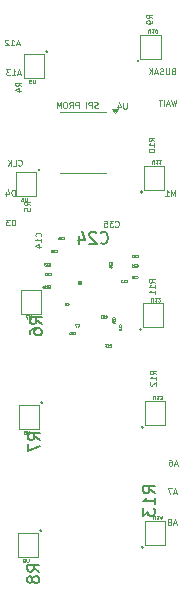
<source format=gbr>
%TF.GenerationSoftware,KiCad,Pcbnew,8.0.1*%
%TF.CreationDate,2024-10-17T14:11:07-05:00*%
%TF.ProjectId,sip-board,7369702d-626f-4617-9264-2e6b69636164,rev?*%
%TF.SameCoordinates,Original*%
%TF.FileFunction,Legend,Bot*%
%TF.FilePolarity,Positive*%
%FSLAX46Y46*%
G04 Gerber Fmt 4.6, Leading zero omitted, Abs format (unit mm)*
G04 Created by KiCad (PCBNEW 8.0.1) date 2024-10-17 14:11:07*
%MOMM*%
%LPD*%
G01*
G04 APERTURE LIST*
%ADD10C,0.125000*%
%ADD11C,0.150000*%
%ADD12C,0.050000*%
%ADD13C,0.075000*%
%ADD14C,0.025000*%
%ADD15C,0.100000*%
%ADD16C,0.120000*%
G04 APERTURE END LIST*
D10*
X139213002Y-92314690D02*
X139236811Y-92338500D01*
X139236811Y-92338500D02*
X139308240Y-92362309D01*
X139308240Y-92362309D02*
X139355859Y-92362309D01*
X139355859Y-92362309D02*
X139427287Y-92338500D01*
X139427287Y-92338500D02*
X139474906Y-92290880D01*
X139474906Y-92290880D02*
X139498716Y-92243261D01*
X139498716Y-92243261D02*
X139522525Y-92148023D01*
X139522525Y-92148023D02*
X139522525Y-92076595D01*
X139522525Y-92076595D02*
X139498716Y-91981357D01*
X139498716Y-91981357D02*
X139474906Y-91933738D01*
X139474906Y-91933738D02*
X139427287Y-91886119D01*
X139427287Y-91886119D02*
X139355859Y-91862309D01*
X139355859Y-91862309D02*
X139308240Y-91862309D01*
X139308240Y-91862309D02*
X139236811Y-91886119D01*
X139236811Y-91886119D02*
X139213002Y-91909928D01*
X138760621Y-92362309D02*
X138998716Y-92362309D01*
X138998716Y-92362309D02*
X138998716Y-91862309D01*
X138593954Y-92362309D02*
X138593954Y-91862309D01*
X138308240Y-92362309D02*
X138522525Y-92076595D01*
X138308240Y-91862309D02*
X138593954Y-92148023D01*
X145942525Y-87458500D02*
X145871097Y-87482309D01*
X145871097Y-87482309D02*
X145752049Y-87482309D01*
X145752049Y-87482309D02*
X145704430Y-87458500D01*
X145704430Y-87458500D02*
X145680621Y-87434690D01*
X145680621Y-87434690D02*
X145656811Y-87387071D01*
X145656811Y-87387071D02*
X145656811Y-87339452D01*
X145656811Y-87339452D02*
X145680621Y-87291833D01*
X145680621Y-87291833D02*
X145704430Y-87268023D01*
X145704430Y-87268023D02*
X145752049Y-87244214D01*
X145752049Y-87244214D02*
X145847287Y-87220404D01*
X145847287Y-87220404D02*
X145894906Y-87196595D01*
X145894906Y-87196595D02*
X145918716Y-87172785D01*
X145918716Y-87172785D02*
X145942525Y-87125166D01*
X145942525Y-87125166D02*
X145942525Y-87077547D01*
X145942525Y-87077547D02*
X145918716Y-87029928D01*
X145918716Y-87029928D02*
X145894906Y-87006119D01*
X145894906Y-87006119D02*
X145847287Y-86982309D01*
X145847287Y-86982309D02*
X145728240Y-86982309D01*
X145728240Y-86982309D02*
X145656811Y-87006119D01*
X145442526Y-87482309D02*
X145442526Y-86982309D01*
X145442526Y-86982309D02*
X145252050Y-86982309D01*
X145252050Y-86982309D02*
X145204431Y-87006119D01*
X145204431Y-87006119D02*
X145180621Y-87029928D01*
X145180621Y-87029928D02*
X145156812Y-87077547D01*
X145156812Y-87077547D02*
X145156812Y-87148976D01*
X145156812Y-87148976D02*
X145180621Y-87196595D01*
X145180621Y-87196595D02*
X145204431Y-87220404D01*
X145204431Y-87220404D02*
X145252050Y-87244214D01*
X145252050Y-87244214D02*
X145442526Y-87244214D01*
X144942526Y-87482309D02*
X144942526Y-86982309D01*
X144323479Y-87482309D02*
X144323479Y-86982309D01*
X144323479Y-86982309D02*
X144133003Y-86982309D01*
X144133003Y-86982309D02*
X144085384Y-87006119D01*
X144085384Y-87006119D02*
X144061574Y-87029928D01*
X144061574Y-87029928D02*
X144037765Y-87077547D01*
X144037765Y-87077547D02*
X144037765Y-87148976D01*
X144037765Y-87148976D02*
X144061574Y-87196595D01*
X144061574Y-87196595D02*
X144085384Y-87220404D01*
X144085384Y-87220404D02*
X144133003Y-87244214D01*
X144133003Y-87244214D02*
X144323479Y-87244214D01*
X143537765Y-87482309D02*
X143704431Y-87244214D01*
X143823479Y-87482309D02*
X143823479Y-86982309D01*
X143823479Y-86982309D02*
X143633003Y-86982309D01*
X143633003Y-86982309D02*
X143585384Y-87006119D01*
X143585384Y-87006119D02*
X143561574Y-87029928D01*
X143561574Y-87029928D02*
X143537765Y-87077547D01*
X143537765Y-87077547D02*
X143537765Y-87148976D01*
X143537765Y-87148976D02*
X143561574Y-87196595D01*
X143561574Y-87196595D02*
X143585384Y-87220404D01*
X143585384Y-87220404D02*
X143633003Y-87244214D01*
X143633003Y-87244214D02*
X143823479Y-87244214D01*
X143228241Y-86982309D02*
X143133003Y-86982309D01*
X143133003Y-86982309D02*
X143085384Y-87006119D01*
X143085384Y-87006119D02*
X143037765Y-87053738D01*
X143037765Y-87053738D02*
X143013955Y-87148976D01*
X143013955Y-87148976D02*
X143013955Y-87315642D01*
X143013955Y-87315642D02*
X143037765Y-87410880D01*
X143037765Y-87410880D02*
X143085384Y-87458500D01*
X143085384Y-87458500D02*
X143133003Y-87482309D01*
X143133003Y-87482309D02*
X143228241Y-87482309D01*
X143228241Y-87482309D02*
X143275860Y-87458500D01*
X143275860Y-87458500D02*
X143323479Y-87410880D01*
X143323479Y-87410880D02*
X143347288Y-87315642D01*
X143347288Y-87315642D02*
X143347288Y-87148976D01*
X143347288Y-87148976D02*
X143323479Y-87053738D01*
X143323479Y-87053738D02*
X143275860Y-87006119D01*
X143275860Y-87006119D02*
X143228241Y-86982309D01*
X142799669Y-87482309D02*
X142799669Y-86982309D01*
X142799669Y-86982309D02*
X142633002Y-87339452D01*
X142633002Y-87339452D02*
X142466336Y-86982309D01*
X142466336Y-86982309D02*
X142466336Y-87482309D01*
X138938716Y-97422309D02*
X138938716Y-96922309D01*
X138938716Y-96922309D02*
X138819668Y-96922309D01*
X138819668Y-96922309D02*
X138748240Y-96946119D01*
X138748240Y-96946119D02*
X138700621Y-96993738D01*
X138700621Y-96993738D02*
X138676811Y-97041357D01*
X138676811Y-97041357D02*
X138653002Y-97136595D01*
X138653002Y-97136595D02*
X138653002Y-97208023D01*
X138653002Y-97208023D02*
X138676811Y-97303261D01*
X138676811Y-97303261D02*
X138700621Y-97350880D01*
X138700621Y-97350880D02*
X138748240Y-97398500D01*
X138748240Y-97398500D02*
X138819668Y-97422309D01*
X138819668Y-97422309D02*
X138938716Y-97422309D01*
X138486335Y-96922309D02*
X138176811Y-96922309D01*
X138176811Y-96922309D02*
X138343478Y-97112785D01*
X138343478Y-97112785D02*
X138272049Y-97112785D01*
X138272049Y-97112785D02*
X138224430Y-97136595D01*
X138224430Y-97136595D02*
X138200621Y-97160404D01*
X138200621Y-97160404D02*
X138176811Y-97208023D01*
X138176811Y-97208023D02*
X138176811Y-97327071D01*
X138176811Y-97327071D02*
X138200621Y-97374690D01*
X138200621Y-97374690D02*
X138224430Y-97398500D01*
X138224430Y-97398500D02*
X138272049Y-97422309D01*
X138272049Y-97422309D02*
X138414906Y-97422309D01*
X138414906Y-97422309D02*
X138462525Y-97398500D01*
X138462525Y-97398500D02*
X138486335Y-97374690D01*
X139292525Y-82039452D02*
X139054430Y-82039452D01*
X139340144Y-82182309D02*
X139173478Y-81682309D01*
X139173478Y-81682309D02*
X139006811Y-82182309D01*
X138578240Y-82182309D02*
X138863954Y-82182309D01*
X138721097Y-82182309D02*
X138721097Y-81682309D01*
X138721097Y-81682309D02*
X138768716Y-81753738D01*
X138768716Y-81753738D02*
X138816335Y-81801357D01*
X138816335Y-81801357D02*
X138863954Y-81825166D01*
X138387764Y-81729928D02*
X138363955Y-81706119D01*
X138363955Y-81706119D02*
X138316336Y-81682309D01*
X138316336Y-81682309D02*
X138197288Y-81682309D01*
X138197288Y-81682309D02*
X138149669Y-81706119D01*
X138149669Y-81706119D02*
X138125860Y-81729928D01*
X138125860Y-81729928D02*
X138102050Y-81777547D01*
X138102050Y-81777547D02*
X138102050Y-81825166D01*
X138102050Y-81825166D02*
X138125860Y-81896595D01*
X138125860Y-81896595D02*
X138411574Y-82182309D01*
X138411574Y-82182309D02*
X138102050Y-82182309D01*
X152622525Y-120049452D02*
X152384430Y-120049452D01*
X152670144Y-120192309D02*
X152503478Y-119692309D01*
X152503478Y-119692309D02*
X152336811Y-120192309D01*
X152217764Y-119692309D02*
X151884431Y-119692309D01*
X151884431Y-119692309D02*
X152098716Y-120192309D01*
X152672525Y-117629452D02*
X152434430Y-117629452D01*
X152720144Y-117772309D02*
X152553478Y-117272309D01*
X152553478Y-117272309D02*
X152386811Y-117772309D01*
X152005859Y-117272309D02*
X152101097Y-117272309D01*
X152101097Y-117272309D02*
X152148716Y-117296119D01*
X152148716Y-117296119D02*
X152172526Y-117319928D01*
X152172526Y-117319928D02*
X152220145Y-117391357D01*
X152220145Y-117391357D02*
X152243954Y-117486595D01*
X152243954Y-117486595D02*
X152243954Y-117677071D01*
X152243954Y-117677071D02*
X152220145Y-117724690D01*
X152220145Y-117724690D02*
X152196335Y-117748500D01*
X152196335Y-117748500D02*
X152148716Y-117772309D01*
X152148716Y-117772309D02*
X152053478Y-117772309D01*
X152053478Y-117772309D02*
X152005859Y-117748500D01*
X152005859Y-117748500D02*
X151982050Y-117724690D01*
X151982050Y-117724690D02*
X151958240Y-117677071D01*
X151958240Y-117677071D02*
X151958240Y-117558023D01*
X151958240Y-117558023D02*
X151982050Y-117510404D01*
X151982050Y-117510404D02*
X152005859Y-117486595D01*
X152005859Y-117486595D02*
X152053478Y-117462785D01*
X152053478Y-117462785D02*
X152148716Y-117462785D01*
X152148716Y-117462785D02*
X152196335Y-117486595D01*
X152196335Y-117486595D02*
X152220145Y-117510404D01*
X152220145Y-117510404D02*
X152243954Y-117558023D01*
X152508716Y-94962309D02*
X152508716Y-94462309D01*
X152508716Y-94462309D02*
X152342049Y-94819452D01*
X152342049Y-94819452D02*
X152175383Y-94462309D01*
X152175383Y-94462309D02*
X152175383Y-94962309D01*
X151675382Y-94962309D02*
X151961096Y-94962309D01*
X151818239Y-94962309D02*
X151818239Y-94462309D01*
X151818239Y-94462309D02*
X151865858Y-94533738D01*
X151865858Y-94533738D02*
X151913477Y-94581357D01*
X151913477Y-94581357D02*
X151961096Y-94605166D01*
X138918716Y-94892309D02*
X138918716Y-94392309D01*
X138918716Y-94392309D02*
X138799668Y-94392309D01*
X138799668Y-94392309D02*
X138728240Y-94416119D01*
X138728240Y-94416119D02*
X138680621Y-94463738D01*
X138680621Y-94463738D02*
X138656811Y-94511357D01*
X138656811Y-94511357D02*
X138633002Y-94606595D01*
X138633002Y-94606595D02*
X138633002Y-94678023D01*
X138633002Y-94678023D02*
X138656811Y-94773261D01*
X138656811Y-94773261D02*
X138680621Y-94820880D01*
X138680621Y-94820880D02*
X138728240Y-94868500D01*
X138728240Y-94868500D02*
X138799668Y-94892309D01*
X138799668Y-94892309D02*
X138918716Y-94892309D01*
X138204430Y-94558976D02*
X138204430Y-94892309D01*
X138323478Y-94368500D02*
X138442525Y-94725642D01*
X138442525Y-94725642D02*
X138133002Y-94725642D01*
X152312049Y-84360404D02*
X152240621Y-84384214D01*
X152240621Y-84384214D02*
X152216811Y-84408023D01*
X152216811Y-84408023D02*
X152193002Y-84455642D01*
X152193002Y-84455642D02*
X152193002Y-84527071D01*
X152193002Y-84527071D02*
X152216811Y-84574690D01*
X152216811Y-84574690D02*
X152240621Y-84598500D01*
X152240621Y-84598500D02*
X152288240Y-84622309D01*
X152288240Y-84622309D02*
X152478716Y-84622309D01*
X152478716Y-84622309D02*
X152478716Y-84122309D01*
X152478716Y-84122309D02*
X152312049Y-84122309D01*
X152312049Y-84122309D02*
X152264430Y-84146119D01*
X152264430Y-84146119D02*
X152240621Y-84169928D01*
X152240621Y-84169928D02*
X152216811Y-84217547D01*
X152216811Y-84217547D02*
X152216811Y-84265166D01*
X152216811Y-84265166D02*
X152240621Y-84312785D01*
X152240621Y-84312785D02*
X152264430Y-84336595D01*
X152264430Y-84336595D02*
X152312049Y-84360404D01*
X152312049Y-84360404D02*
X152478716Y-84360404D01*
X151978716Y-84122309D02*
X151978716Y-84527071D01*
X151978716Y-84527071D02*
X151954906Y-84574690D01*
X151954906Y-84574690D02*
X151931097Y-84598500D01*
X151931097Y-84598500D02*
X151883478Y-84622309D01*
X151883478Y-84622309D02*
X151788240Y-84622309D01*
X151788240Y-84622309D02*
X151740621Y-84598500D01*
X151740621Y-84598500D02*
X151716811Y-84574690D01*
X151716811Y-84574690D02*
X151693002Y-84527071D01*
X151693002Y-84527071D02*
X151693002Y-84122309D01*
X151478715Y-84598500D02*
X151407287Y-84622309D01*
X151407287Y-84622309D02*
X151288239Y-84622309D01*
X151288239Y-84622309D02*
X151240620Y-84598500D01*
X151240620Y-84598500D02*
X151216811Y-84574690D01*
X151216811Y-84574690D02*
X151193001Y-84527071D01*
X151193001Y-84527071D02*
X151193001Y-84479452D01*
X151193001Y-84479452D02*
X151216811Y-84431833D01*
X151216811Y-84431833D02*
X151240620Y-84408023D01*
X151240620Y-84408023D02*
X151288239Y-84384214D01*
X151288239Y-84384214D02*
X151383477Y-84360404D01*
X151383477Y-84360404D02*
X151431096Y-84336595D01*
X151431096Y-84336595D02*
X151454906Y-84312785D01*
X151454906Y-84312785D02*
X151478715Y-84265166D01*
X151478715Y-84265166D02*
X151478715Y-84217547D01*
X151478715Y-84217547D02*
X151454906Y-84169928D01*
X151454906Y-84169928D02*
X151431096Y-84146119D01*
X151431096Y-84146119D02*
X151383477Y-84122309D01*
X151383477Y-84122309D02*
X151264430Y-84122309D01*
X151264430Y-84122309D02*
X151193001Y-84146119D01*
X151002525Y-84479452D02*
X150764430Y-84479452D01*
X151050144Y-84622309D02*
X150883478Y-84122309D01*
X150883478Y-84122309D02*
X150716811Y-84622309D01*
X150550145Y-84622309D02*
X150550145Y-84122309D01*
X150264431Y-84622309D02*
X150478716Y-84336595D01*
X150264431Y-84122309D02*
X150550145Y-84408023D01*
X139402525Y-84569452D02*
X139164430Y-84569452D01*
X139450144Y-84712309D02*
X139283478Y-84212309D01*
X139283478Y-84212309D02*
X139116811Y-84712309D01*
X138688240Y-84712309D02*
X138973954Y-84712309D01*
X138831097Y-84712309D02*
X138831097Y-84212309D01*
X138831097Y-84212309D02*
X138878716Y-84283738D01*
X138878716Y-84283738D02*
X138926335Y-84331357D01*
X138926335Y-84331357D02*
X138973954Y-84355166D01*
X138521574Y-84212309D02*
X138212050Y-84212309D01*
X138212050Y-84212309D02*
X138378717Y-84402785D01*
X138378717Y-84402785D02*
X138307288Y-84402785D01*
X138307288Y-84402785D02*
X138259669Y-84426595D01*
X138259669Y-84426595D02*
X138235860Y-84450404D01*
X138235860Y-84450404D02*
X138212050Y-84498023D01*
X138212050Y-84498023D02*
X138212050Y-84617071D01*
X138212050Y-84617071D02*
X138235860Y-84664690D01*
X138235860Y-84664690D02*
X138259669Y-84688500D01*
X138259669Y-84688500D02*
X138307288Y-84712309D01*
X138307288Y-84712309D02*
X138450145Y-84712309D01*
X138450145Y-84712309D02*
X138497764Y-84688500D01*
X138497764Y-84688500D02*
X138521574Y-84664690D01*
X152582525Y-122639452D02*
X152344430Y-122639452D01*
X152630144Y-122782309D02*
X152463478Y-122282309D01*
X152463478Y-122282309D02*
X152296811Y-122782309D01*
X152058716Y-122496595D02*
X152106335Y-122472785D01*
X152106335Y-122472785D02*
X152130145Y-122448976D01*
X152130145Y-122448976D02*
X152153954Y-122401357D01*
X152153954Y-122401357D02*
X152153954Y-122377547D01*
X152153954Y-122377547D02*
X152130145Y-122329928D01*
X152130145Y-122329928D02*
X152106335Y-122306119D01*
X152106335Y-122306119D02*
X152058716Y-122282309D01*
X152058716Y-122282309D02*
X151963478Y-122282309D01*
X151963478Y-122282309D02*
X151915859Y-122306119D01*
X151915859Y-122306119D02*
X151892050Y-122329928D01*
X151892050Y-122329928D02*
X151868240Y-122377547D01*
X151868240Y-122377547D02*
X151868240Y-122401357D01*
X151868240Y-122401357D02*
X151892050Y-122448976D01*
X151892050Y-122448976D02*
X151915859Y-122472785D01*
X151915859Y-122472785D02*
X151963478Y-122496595D01*
X151963478Y-122496595D02*
X152058716Y-122496595D01*
X152058716Y-122496595D02*
X152106335Y-122520404D01*
X152106335Y-122520404D02*
X152130145Y-122544214D01*
X152130145Y-122544214D02*
X152153954Y-122591833D01*
X152153954Y-122591833D02*
X152153954Y-122687071D01*
X152153954Y-122687071D02*
X152130145Y-122734690D01*
X152130145Y-122734690D02*
X152106335Y-122758500D01*
X152106335Y-122758500D02*
X152058716Y-122782309D01*
X152058716Y-122782309D02*
X151963478Y-122782309D01*
X151963478Y-122782309D02*
X151915859Y-122758500D01*
X151915859Y-122758500D02*
X151892050Y-122734690D01*
X151892050Y-122734690D02*
X151868240Y-122687071D01*
X151868240Y-122687071D02*
X151868240Y-122591833D01*
X151868240Y-122591833D02*
X151892050Y-122544214D01*
X151892050Y-122544214D02*
X151915859Y-122520404D01*
X151915859Y-122520404D02*
X151963478Y-122496595D01*
X152596335Y-86782309D02*
X152477287Y-87282309D01*
X152477287Y-87282309D02*
X152382049Y-86925166D01*
X152382049Y-86925166D02*
X152286811Y-87282309D01*
X152286811Y-87282309D02*
X152167764Y-86782309D01*
X152001096Y-87139452D02*
X151763001Y-87139452D01*
X152048715Y-87282309D02*
X151882049Y-86782309D01*
X151882049Y-86782309D02*
X151715382Y-87282309D01*
X151548716Y-87282309D02*
X151548716Y-86782309D01*
X151382049Y-86782309D02*
X151096335Y-86782309D01*
X151239192Y-87282309D02*
X151239192Y-86782309D01*
D11*
X150794819Y-120092142D02*
X150318628Y-119758809D01*
X150794819Y-119520714D02*
X149794819Y-119520714D01*
X149794819Y-119520714D02*
X149794819Y-119901666D01*
X149794819Y-119901666D02*
X149842438Y-119996904D01*
X149842438Y-119996904D02*
X149890057Y-120044523D01*
X149890057Y-120044523D02*
X149985295Y-120092142D01*
X149985295Y-120092142D02*
X150128152Y-120092142D01*
X150128152Y-120092142D02*
X150223390Y-120044523D01*
X150223390Y-120044523D02*
X150271009Y-119996904D01*
X150271009Y-119996904D02*
X150318628Y-119901666D01*
X150318628Y-119901666D02*
X150318628Y-119520714D01*
X150794819Y-121044523D02*
X150794819Y-120473095D01*
X150794819Y-120758809D02*
X149794819Y-120758809D01*
X149794819Y-120758809D02*
X149937676Y-120663571D01*
X149937676Y-120663571D02*
X150032914Y-120568333D01*
X150032914Y-120568333D02*
X150080533Y-120473095D01*
X149794819Y-121377857D02*
X149794819Y-121996904D01*
X149794819Y-121996904D02*
X150175771Y-121663571D01*
X150175771Y-121663571D02*
X150175771Y-121806428D01*
X150175771Y-121806428D02*
X150223390Y-121901666D01*
X150223390Y-121901666D02*
X150271009Y-121949285D01*
X150271009Y-121949285D02*
X150366247Y-121996904D01*
X150366247Y-121996904D02*
X150604342Y-121996904D01*
X150604342Y-121996904D02*
X150699580Y-121949285D01*
X150699580Y-121949285D02*
X150747200Y-121901666D01*
X150747200Y-121901666D02*
X150794819Y-121806428D01*
X150794819Y-121806428D02*
X150794819Y-121520714D01*
X150794819Y-121520714D02*
X150747200Y-121425476D01*
X150747200Y-121425476D02*
X150699580Y-121377857D01*
D10*
X139474809Y-85616666D02*
X139236714Y-85450000D01*
X139474809Y-85330952D02*
X138974809Y-85330952D01*
X138974809Y-85330952D02*
X138974809Y-85521428D01*
X138974809Y-85521428D02*
X138998619Y-85569047D01*
X138998619Y-85569047D02*
X139022428Y-85592857D01*
X139022428Y-85592857D02*
X139070047Y-85616666D01*
X139070047Y-85616666D02*
X139141476Y-85616666D01*
X139141476Y-85616666D02*
X139189095Y-85592857D01*
X139189095Y-85592857D02*
X139212904Y-85569047D01*
X139212904Y-85569047D02*
X139236714Y-85521428D01*
X139236714Y-85521428D02*
X139236714Y-85330952D01*
X139141476Y-86045238D02*
X139474809Y-86045238D01*
X138951000Y-85926190D02*
X139308142Y-85807143D01*
X139308142Y-85807143D02*
X139308142Y-86116666D01*
D12*
X149188571Y-100890876D02*
X149198095Y-100900400D01*
X149198095Y-100900400D02*
X149226666Y-100909923D01*
X149226666Y-100909923D02*
X149245714Y-100909923D01*
X149245714Y-100909923D02*
X149274285Y-100900400D01*
X149274285Y-100900400D02*
X149293333Y-100881352D01*
X149293333Y-100881352D02*
X149302856Y-100862304D01*
X149302856Y-100862304D02*
X149312380Y-100824209D01*
X149312380Y-100824209D02*
X149312380Y-100795638D01*
X149312380Y-100795638D02*
X149302856Y-100757542D01*
X149302856Y-100757542D02*
X149293333Y-100738495D01*
X149293333Y-100738495D02*
X149274285Y-100719447D01*
X149274285Y-100719447D02*
X149245714Y-100709923D01*
X149245714Y-100709923D02*
X149226666Y-100709923D01*
X149226666Y-100709923D02*
X149198095Y-100719447D01*
X149198095Y-100719447D02*
X149188571Y-100728971D01*
X149112380Y-100728971D02*
X149102856Y-100719447D01*
X149102856Y-100719447D02*
X149083809Y-100709923D01*
X149083809Y-100709923D02*
X149036190Y-100709923D01*
X149036190Y-100709923D02*
X149017142Y-100719447D01*
X149017142Y-100719447D02*
X149007618Y-100728971D01*
X149007618Y-100728971D02*
X148998095Y-100748019D01*
X148998095Y-100748019D02*
X148998095Y-100767066D01*
X148998095Y-100767066D02*
X149007618Y-100795638D01*
X149007618Y-100795638D02*
X149121904Y-100909923D01*
X149121904Y-100909923D02*
X148998095Y-100909923D01*
X148807619Y-100909923D02*
X148921904Y-100909923D01*
X148864761Y-100909923D02*
X148864761Y-100709923D01*
X148864761Y-100709923D02*
X148883809Y-100738495D01*
X148883809Y-100738495D02*
X148902857Y-100757542D01*
X148902857Y-100757542D02*
X148921904Y-100767066D01*
D11*
X141034819Y-115563333D02*
X140558628Y-115230000D01*
X141034819Y-114991905D02*
X140034819Y-114991905D01*
X140034819Y-114991905D02*
X140034819Y-115372857D01*
X140034819Y-115372857D02*
X140082438Y-115468095D01*
X140082438Y-115468095D02*
X140130057Y-115515714D01*
X140130057Y-115515714D02*
X140225295Y-115563333D01*
X140225295Y-115563333D02*
X140368152Y-115563333D01*
X140368152Y-115563333D02*
X140463390Y-115515714D01*
X140463390Y-115515714D02*
X140511009Y-115468095D01*
X140511009Y-115468095D02*
X140558628Y-115372857D01*
X140558628Y-115372857D02*
X140558628Y-114991905D01*
X140034819Y-115896667D02*
X140034819Y-116563333D01*
X140034819Y-116563333D02*
X141034819Y-116134762D01*
D12*
X141848571Y-101630876D02*
X141858095Y-101640400D01*
X141858095Y-101640400D02*
X141886666Y-101649923D01*
X141886666Y-101649923D02*
X141905714Y-101649923D01*
X141905714Y-101649923D02*
X141934285Y-101640400D01*
X141934285Y-101640400D02*
X141953333Y-101621352D01*
X141953333Y-101621352D02*
X141962856Y-101602304D01*
X141962856Y-101602304D02*
X141972380Y-101564209D01*
X141972380Y-101564209D02*
X141972380Y-101535638D01*
X141972380Y-101535638D02*
X141962856Y-101497542D01*
X141962856Y-101497542D02*
X141953333Y-101478495D01*
X141953333Y-101478495D02*
X141934285Y-101459447D01*
X141934285Y-101459447D02*
X141905714Y-101449923D01*
X141905714Y-101449923D02*
X141886666Y-101449923D01*
X141886666Y-101449923D02*
X141858095Y-101459447D01*
X141858095Y-101459447D02*
X141848571Y-101468971D01*
X141781904Y-101449923D02*
X141658095Y-101449923D01*
X141658095Y-101449923D02*
X141724761Y-101526114D01*
X141724761Y-101526114D02*
X141696190Y-101526114D01*
X141696190Y-101526114D02*
X141677142Y-101535638D01*
X141677142Y-101535638D02*
X141667618Y-101545161D01*
X141667618Y-101545161D02*
X141658095Y-101564209D01*
X141658095Y-101564209D02*
X141658095Y-101611828D01*
X141658095Y-101611828D02*
X141667618Y-101630876D01*
X141667618Y-101630876D02*
X141677142Y-101640400D01*
X141677142Y-101640400D02*
X141696190Y-101649923D01*
X141696190Y-101649923D02*
X141753333Y-101649923D01*
X141753333Y-101649923D02*
X141772380Y-101640400D01*
X141772380Y-101640400D02*
X141781904Y-101630876D01*
X141581904Y-101468971D02*
X141572380Y-101459447D01*
X141572380Y-101459447D02*
X141553333Y-101449923D01*
X141553333Y-101449923D02*
X141505714Y-101449923D01*
X141505714Y-101449923D02*
X141486666Y-101459447D01*
X141486666Y-101459447D02*
X141477142Y-101468971D01*
X141477142Y-101468971D02*
X141467619Y-101488019D01*
X141467619Y-101488019D02*
X141467619Y-101507066D01*
X141467619Y-101507066D02*
X141477142Y-101535638D01*
X141477142Y-101535638D02*
X141591428Y-101649923D01*
X141591428Y-101649923D02*
X141467619Y-101649923D01*
X144480876Y-102216666D02*
X144490400Y-102207142D01*
X144490400Y-102207142D02*
X144499923Y-102178571D01*
X144499923Y-102178571D02*
X144499923Y-102159523D01*
X144499923Y-102159523D02*
X144490400Y-102130952D01*
X144490400Y-102130952D02*
X144471352Y-102111904D01*
X144471352Y-102111904D02*
X144452304Y-102102381D01*
X144452304Y-102102381D02*
X144414209Y-102092857D01*
X144414209Y-102092857D02*
X144385638Y-102092857D01*
X144385638Y-102092857D02*
X144347542Y-102102381D01*
X144347542Y-102102381D02*
X144328495Y-102111904D01*
X144328495Y-102111904D02*
X144309447Y-102130952D01*
X144309447Y-102130952D02*
X144299923Y-102159523D01*
X144299923Y-102159523D02*
X144299923Y-102178571D01*
X144299923Y-102178571D02*
X144309447Y-102207142D01*
X144309447Y-102207142D02*
X144318971Y-102216666D01*
X144499923Y-102311904D02*
X144499923Y-102350000D01*
X144499923Y-102350000D02*
X144490400Y-102369047D01*
X144490400Y-102369047D02*
X144480876Y-102378571D01*
X144480876Y-102378571D02*
X144452304Y-102397619D01*
X144452304Y-102397619D02*
X144414209Y-102407142D01*
X144414209Y-102407142D02*
X144338019Y-102407142D01*
X144338019Y-102407142D02*
X144318971Y-102397619D01*
X144318971Y-102397619D02*
X144309447Y-102388095D01*
X144309447Y-102388095D02*
X144299923Y-102369047D01*
X144299923Y-102369047D02*
X144299923Y-102330952D01*
X144299923Y-102330952D02*
X144309447Y-102311904D01*
X144309447Y-102311904D02*
X144318971Y-102302381D01*
X144318971Y-102302381D02*
X144338019Y-102292857D01*
X144338019Y-102292857D02*
X144385638Y-102292857D01*
X144385638Y-102292857D02*
X144404685Y-102302381D01*
X144404685Y-102302381D02*
X144414209Y-102311904D01*
X144414209Y-102311904D02*
X144423733Y-102330952D01*
X144423733Y-102330952D02*
X144423733Y-102369047D01*
X144423733Y-102369047D02*
X144414209Y-102388095D01*
X144414209Y-102388095D02*
X144404685Y-102397619D01*
X144404685Y-102397619D02*
X144385638Y-102407142D01*
X143353333Y-104130876D02*
X143362857Y-104140400D01*
X143362857Y-104140400D02*
X143391428Y-104149923D01*
X143391428Y-104149923D02*
X143410476Y-104149923D01*
X143410476Y-104149923D02*
X143439047Y-104140400D01*
X143439047Y-104140400D02*
X143458095Y-104121352D01*
X143458095Y-104121352D02*
X143467618Y-104102304D01*
X143467618Y-104102304D02*
X143477142Y-104064209D01*
X143477142Y-104064209D02*
X143477142Y-104035638D01*
X143477142Y-104035638D02*
X143467618Y-103997542D01*
X143467618Y-103997542D02*
X143458095Y-103978495D01*
X143458095Y-103978495D02*
X143439047Y-103959447D01*
X143439047Y-103959447D02*
X143410476Y-103949923D01*
X143410476Y-103949923D02*
X143391428Y-103949923D01*
X143391428Y-103949923D02*
X143362857Y-103959447D01*
X143362857Y-103959447D02*
X143353333Y-103968971D01*
X143239047Y-104035638D02*
X143258095Y-104026114D01*
X143258095Y-104026114D02*
X143267618Y-104016590D01*
X143267618Y-104016590D02*
X143277142Y-103997542D01*
X143277142Y-103997542D02*
X143277142Y-103988019D01*
X143277142Y-103988019D02*
X143267618Y-103968971D01*
X143267618Y-103968971D02*
X143258095Y-103959447D01*
X143258095Y-103959447D02*
X143239047Y-103949923D01*
X143239047Y-103949923D02*
X143200952Y-103949923D01*
X143200952Y-103949923D02*
X143181904Y-103959447D01*
X143181904Y-103959447D02*
X143172380Y-103968971D01*
X143172380Y-103968971D02*
X143162857Y-103988019D01*
X143162857Y-103988019D02*
X143162857Y-103997542D01*
X143162857Y-103997542D02*
X143172380Y-104016590D01*
X143172380Y-104016590D02*
X143181904Y-104026114D01*
X143181904Y-104026114D02*
X143200952Y-104035638D01*
X143200952Y-104035638D02*
X143239047Y-104035638D01*
X143239047Y-104035638D02*
X143258095Y-104045161D01*
X143258095Y-104045161D02*
X143267618Y-104054685D01*
X143267618Y-104054685D02*
X143277142Y-104073733D01*
X143277142Y-104073733D02*
X143277142Y-104111828D01*
X143277142Y-104111828D02*
X143267618Y-104130876D01*
X143267618Y-104130876D02*
X143258095Y-104140400D01*
X143258095Y-104140400D02*
X143239047Y-104149923D01*
X143239047Y-104149923D02*
X143200952Y-104149923D01*
X143200952Y-104149923D02*
X143181904Y-104140400D01*
X143181904Y-104140400D02*
X143172380Y-104130876D01*
X143172380Y-104130876D02*
X143162857Y-104111828D01*
X143162857Y-104111828D02*
X143162857Y-104073733D01*
X143162857Y-104073733D02*
X143172380Y-104054685D01*
X143172380Y-104054685D02*
X143181904Y-104045161D01*
X143181904Y-104045161D02*
X143200952Y-104035638D01*
D13*
X150556371Y-92216914D02*
X150556371Y-91974057D01*
X150556371Y-91974057D02*
X150570657Y-91945485D01*
X150570657Y-91945485D02*
X150584943Y-91931200D01*
X150584943Y-91931200D02*
X150613514Y-91916914D01*
X150613514Y-91916914D02*
X150670657Y-91916914D01*
X150670657Y-91916914D02*
X150699228Y-91931200D01*
X150699228Y-91931200D02*
X150713514Y-91945485D01*
X150713514Y-91945485D02*
X150727800Y-91974057D01*
X150727800Y-91974057D02*
X150727800Y-92216914D01*
X151027800Y-91916914D02*
X150856371Y-91916914D01*
X150942086Y-91916914D02*
X150942086Y-92216914D01*
X150942086Y-92216914D02*
X150913514Y-92174057D01*
X150913514Y-92174057D02*
X150884943Y-92145485D01*
X150884943Y-92145485D02*
X150856371Y-92131200D01*
X151313514Y-91916914D02*
X151142085Y-91916914D01*
X151227800Y-91916914D02*
X151227800Y-92216914D01*
X151227800Y-92216914D02*
X151199228Y-92174057D01*
X151199228Y-92174057D02*
X151170657Y-92145485D01*
X151170657Y-92145485D02*
X151142085Y-92131200D01*
D12*
X146978571Y-107680876D02*
X146988095Y-107690400D01*
X146988095Y-107690400D02*
X147016666Y-107699923D01*
X147016666Y-107699923D02*
X147035714Y-107699923D01*
X147035714Y-107699923D02*
X147064285Y-107690400D01*
X147064285Y-107690400D02*
X147083333Y-107671352D01*
X147083333Y-107671352D02*
X147092856Y-107652304D01*
X147092856Y-107652304D02*
X147102380Y-107614209D01*
X147102380Y-107614209D02*
X147102380Y-107585638D01*
X147102380Y-107585638D02*
X147092856Y-107547542D01*
X147092856Y-107547542D02*
X147083333Y-107528495D01*
X147083333Y-107528495D02*
X147064285Y-107509447D01*
X147064285Y-107509447D02*
X147035714Y-107499923D01*
X147035714Y-107499923D02*
X147016666Y-107499923D01*
X147016666Y-107499923D02*
X146988095Y-107509447D01*
X146988095Y-107509447D02*
X146978571Y-107518971D01*
X146788095Y-107699923D02*
X146902380Y-107699923D01*
X146845237Y-107699923D02*
X146845237Y-107499923D01*
X146845237Y-107499923D02*
X146864285Y-107528495D01*
X146864285Y-107528495D02*
X146883333Y-107547542D01*
X146883333Y-107547542D02*
X146902380Y-107557066D01*
X146721428Y-107499923D02*
X146597619Y-107499923D01*
X146597619Y-107499923D02*
X146664285Y-107576114D01*
X146664285Y-107576114D02*
X146635714Y-107576114D01*
X146635714Y-107576114D02*
X146616666Y-107585638D01*
X146616666Y-107585638D02*
X146607142Y-107595161D01*
X146607142Y-107595161D02*
X146597619Y-107614209D01*
X146597619Y-107614209D02*
X146597619Y-107661828D01*
X146597619Y-107661828D02*
X146607142Y-107680876D01*
X146607142Y-107680876D02*
X146616666Y-107690400D01*
X146616666Y-107690400D02*
X146635714Y-107699923D01*
X146635714Y-107699923D02*
X146692857Y-107699923D01*
X146692857Y-107699923D02*
X146711904Y-107690400D01*
X146711904Y-107690400D02*
X146721428Y-107680876D01*
D13*
X150472921Y-103869714D02*
X150472921Y-103626857D01*
X150472921Y-103626857D02*
X150487207Y-103598285D01*
X150487207Y-103598285D02*
X150501493Y-103584000D01*
X150501493Y-103584000D02*
X150530064Y-103569714D01*
X150530064Y-103569714D02*
X150587207Y-103569714D01*
X150587207Y-103569714D02*
X150615778Y-103584000D01*
X150615778Y-103584000D02*
X150630064Y-103598285D01*
X150630064Y-103598285D02*
X150644350Y-103626857D01*
X150644350Y-103626857D02*
X150644350Y-103869714D01*
X150944350Y-103569714D02*
X150772921Y-103569714D01*
X150858636Y-103569714D02*
X150858636Y-103869714D01*
X150858636Y-103869714D02*
X150830064Y-103826857D01*
X150830064Y-103826857D02*
X150801493Y-103798285D01*
X150801493Y-103798285D02*
X150772921Y-103784000D01*
X151058635Y-103841142D02*
X151072921Y-103855428D01*
X151072921Y-103855428D02*
X151101493Y-103869714D01*
X151101493Y-103869714D02*
X151172921Y-103869714D01*
X151172921Y-103869714D02*
X151201493Y-103855428D01*
X151201493Y-103855428D02*
X151215778Y-103841142D01*
X151215778Y-103841142D02*
X151230064Y-103812571D01*
X151230064Y-103812571D02*
X151230064Y-103784000D01*
X151230064Y-103784000D02*
X151215778Y-103741142D01*
X151215778Y-103741142D02*
X151044350Y-103569714D01*
X151044350Y-103569714D02*
X151230064Y-103569714D01*
D12*
X144233333Y-105970876D02*
X144242857Y-105980400D01*
X144242857Y-105980400D02*
X144271428Y-105989923D01*
X144271428Y-105989923D02*
X144290476Y-105989923D01*
X144290476Y-105989923D02*
X144319047Y-105980400D01*
X144319047Y-105980400D02*
X144338095Y-105961352D01*
X144338095Y-105961352D02*
X144347618Y-105942304D01*
X144347618Y-105942304D02*
X144357142Y-105904209D01*
X144357142Y-105904209D02*
X144357142Y-105875638D01*
X144357142Y-105875638D02*
X144347618Y-105837542D01*
X144347618Y-105837542D02*
X144338095Y-105818495D01*
X144338095Y-105818495D02*
X144319047Y-105799447D01*
X144319047Y-105799447D02*
X144290476Y-105789923D01*
X144290476Y-105789923D02*
X144271428Y-105789923D01*
X144271428Y-105789923D02*
X144242857Y-105799447D01*
X144242857Y-105799447D02*
X144233333Y-105808971D01*
X144166666Y-105789923D02*
X144033333Y-105789923D01*
X144033333Y-105789923D02*
X144119047Y-105989923D01*
D13*
X139934221Y-95090285D02*
X139934221Y-95333142D01*
X139934221Y-95333142D02*
X139919935Y-95361714D01*
X139919935Y-95361714D02*
X139905650Y-95376000D01*
X139905650Y-95376000D02*
X139877078Y-95390285D01*
X139877078Y-95390285D02*
X139819935Y-95390285D01*
X139819935Y-95390285D02*
X139791364Y-95376000D01*
X139791364Y-95376000D02*
X139777078Y-95361714D01*
X139777078Y-95361714D02*
X139762792Y-95333142D01*
X139762792Y-95333142D02*
X139762792Y-95090285D01*
X139491364Y-95090285D02*
X139548506Y-95090285D01*
X139548506Y-95090285D02*
X139577078Y-95104571D01*
X139577078Y-95104571D02*
X139591364Y-95118857D01*
X139591364Y-95118857D02*
X139619935Y-95161714D01*
X139619935Y-95161714D02*
X139634221Y-95218857D01*
X139634221Y-95218857D02*
X139634221Y-95333142D01*
X139634221Y-95333142D02*
X139619935Y-95361714D01*
X139619935Y-95361714D02*
X139605649Y-95376000D01*
X139605649Y-95376000D02*
X139577078Y-95390285D01*
X139577078Y-95390285D02*
X139519935Y-95390285D01*
X139519935Y-95390285D02*
X139491364Y-95376000D01*
X139491364Y-95376000D02*
X139477078Y-95361714D01*
X139477078Y-95361714D02*
X139462792Y-95333142D01*
X139462792Y-95333142D02*
X139462792Y-95261714D01*
X139462792Y-95261714D02*
X139477078Y-95233142D01*
X139477078Y-95233142D02*
X139491364Y-95218857D01*
X139491364Y-95218857D02*
X139519935Y-95204571D01*
X139519935Y-95204571D02*
X139577078Y-95204571D01*
X139577078Y-95204571D02*
X139605649Y-95218857D01*
X139605649Y-95218857D02*
X139619935Y-95233142D01*
X139619935Y-95233142D02*
X139634221Y-95261714D01*
D12*
X147100876Y-100611428D02*
X147110400Y-100601904D01*
X147110400Y-100601904D02*
X147119923Y-100573333D01*
X147119923Y-100573333D02*
X147119923Y-100554285D01*
X147119923Y-100554285D02*
X147110400Y-100525714D01*
X147110400Y-100525714D02*
X147091352Y-100506666D01*
X147091352Y-100506666D02*
X147072304Y-100497143D01*
X147072304Y-100497143D02*
X147034209Y-100487619D01*
X147034209Y-100487619D02*
X147005638Y-100487619D01*
X147005638Y-100487619D02*
X146967542Y-100497143D01*
X146967542Y-100497143D02*
X146948495Y-100506666D01*
X146948495Y-100506666D02*
X146929447Y-100525714D01*
X146929447Y-100525714D02*
X146919923Y-100554285D01*
X146919923Y-100554285D02*
X146919923Y-100573333D01*
X146919923Y-100573333D02*
X146929447Y-100601904D01*
X146929447Y-100601904D02*
X146938971Y-100611428D01*
X146938971Y-100687619D02*
X146929447Y-100697143D01*
X146929447Y-100697143D02*
X146919923Y-100716190D01*
X146919923Y-100716190D02*
X146919923Y-100763809D01*
X146919923Y-100763809D02*
X146929447Y-100782857D01*
X146929447Y-100782857D02*
X146938971Y-100792381D01*
X146938971Y-100792381D02*
X146958019Y-100801904D01*
X146958019Y-100801904D02*
X146977066Y-100801904D01*
X146977066Y-100801904D02*
X147005638Y-100792381D01*
X147005638Y-100792381D02*
X147119923Y-100678095D01*
X147119923Y-100678095D02*
X147119923Y-100801904D01*
X146919923Y-100982857D02*
X146919923Y-100887619D01*
X146919923Y-100887619D02*
X147015161Y-100878095D01*
X147015161Y-100878095D02*
X147005638Y-100887619D01*
X147005638Y-100887619D02*
X146996114Y-100906666D01*
X146996114Y-100906666D02*
X146996114Y-100954285D01*
X146996114Y-100954285D02*
X147005638Y-100973333D01*
X147005638Y-100973333D02*
X147015161Y-100982857D01*
X147015161Y-100982857D02*
X147034209Y-100992380D01*
X147034209Y-100992380D02*
X147081828Y-100992380D01*
X147081828Y-100992380D02*
X147100876Y-100982857D01*
X147100876Y-100982857D02*
X147110400Y-100973333D01*
X147110400Y-100973333D02*
X147119923Y-100954285D01*
X147119923Y-100954285D02*
X147119923Y-100906666D01*
X147119923Y-100906666D02*
X147110400Y-100887619D01*
X147110400Y-100887619D02*
X147100876Y-100878095D01*
X149188571Y-101870876D02*
X149198095Y-101880400D01*
X149198095Y-101880400D02*
X149226666Y-101889923D01*
X149226666Y-101889923D02*
X149245714Y-101889923D01*
X149245714Y-101889923D02*
X149274285Y-101880400D01*
X149274285Y-101880400D02*
X149293333Y-101861352D01*
X149293333Y-101861352D02*
X149302856Y-101842304D01*
X149302856Y-101842304D02*
X149312380Y-101804209D01*
X149312380Y-101804209D02*
X149312380Y-101775638D01*
X149312380Y-101775638D02*
X149302856Y-101737542D01*
X149302856Y-101737542D02*
X149293333Y-101718495D01*
X149293333Y-101718495D02*
X149274285Y-101699447D01*
X149274285Y-101699447D02*
X149245714Y-101689923D01*
X149245714Y-101689923D02*
X149226666Y-101689923D01*
X149226666Y-101689923D02*
X149198095Y-101699447D01*
X149198095Y-101699447D02*
X149188571Y-101708971D01*
X149112380Y-101708971D02*
X149102856Y-101699447D01*
X149102856Y-101699447D02*
X149083809Y-101689923D01*
X149083809Y-101689923D02*
X149036190Y-101689923D01*
X149036190Y-101689923D02*
X149017142Y-101699447D01*
X149017142Y-101699447D02*
X149007618Y-101708971D01*
X149007618Y-101708971D02*
X148998095Y-101728019D01*
X148998095Y-101728019D02*
X148998095Y-101747066D01*
X148998095Y-101747066D02*
X149007618Y-101775638D01*
X149007618Y-101775638D02*
X149121904Y-101889923D01*
X149121904Y-101889923D02*
X148998095Y-101889923D01*
X148874285Y-101689923D02*
X148855238Y-101689923D01*
X148855238Y-101689923D02*
X148836190Y-101699447D01*
X148836190Y-101699447D02*
X148826666Y-101708971D01*
X148826666Y-101708971D02*
X148817142Y-101728019D01*
X148817142Y-101728019D02*
X148807619Y-101766114D01*
X148807619Y-101766114D02*
X148807619Y-101813733D01*
X148807619Y-101813733D02*
X148817142Y-101851828D01*
X148817142Y-101851828D02*
X148826666Y-101870876D01*
X148826666Y-101870876D02*
X148836190Y-101880400D01*
X148836190Y-101880400D02*
X148855238Y-101889923D01*
X148855238Y-101889923D02*
X148874285Y-101889923D01*
X148874285Y-101889923D02*
X148893333Y-101880400D01*
X148893333Y-101880400D02*
X148902857Y-101870876D01*
X148902857Y-101870876D02*
X148912380Y-101851828D01*
X148912380Y-101851828D02*
X148921904Y-101813733D01*
X148921904Y-101813733D02*
X148921904Y-101766114D01*
X148921904Y-101766114D02*
X148912380Y-101728019D01*
X148912380Y-101728019D02*
X148902857Y-101708971D01*
X148902857Y-101708971D02*
X148893333Y-101699447D01*
X148893333Y-101699447D02*
X148874285Y-101689923D01*
D10*
X141117190Y-98358571D02*
X141141000Y-98334762D01*
X141141000Y-98334762D02*
X141164809Y-98263333D01*
X141164809Y-98263333D02*
X141164809Y-98215714D01*
X141164809Y-98215714D02*
X141141000Y-98144286D01*
X141141000Y-98144286D02*
X141093380Y-98096667D01*
X141093380Y-98096667D02*
X141045761Y-98072857D01*
X141045761Y-98072857D02*
X140950523Y-98049048D01*
X140950523Y-98049048D02*
X140879095Y-98049048D01*
X140879095Y-98049048D02*
X140783857Y-98072857D01*
X140783857Y-98072857D02*
X140736238Y-98096667D01*
X140736238Y-98096667D02*
X140688619Y-98144286D01*
X140688619Y-98144286D02*
X140664809Y-98215714D01*
X140664809Y-98215714D02*
X140664809Y-98263333D01*
X140664809Y-98263333D02*
X140688619Y-98334762D01*
X140688619Y-98334762D02*
X140712428Y-98358571D01*
X141164809Y-98834762D02*
X141164809Y-98549048D01*
X141164809Y-98691905D02*
X140664809Y-98691905D01*
X140664809Y-98691905D02*
X140736238Y-98644286D01*
X140736238Y-98644286D02*
X140783857Y-98596667D01*
X140783857Y-98596667D02*
X140807666Y-98549048D01*
X140831476Y-99263333D02*
X141164809Y-99263333D01*
X140641000Y-99144285D02*
X140998142Y-99025238D01*
X140998142Y-99025238D02*
X140998142Y-99334761D01*
D13*
X140327771Y-105042885D02*
X140327771Y-105285742D01*
X140327771Y-105285742D02*
X140313485Y-105314314D01*
X140313485Y-105314314D02*
X140299200Y-105328600D01*
X140299200Y-105328600D02*
X140270628Y-105342885D01*
X140270628Y-105342885D02*
X140213485Y-105342885D01*
X140213485Y-105342885D02*
X140184914Y-105328600D01*
X140184914Y-105328600D02*
X140170628Y-105314314D01*
X140170628Y-105314314D02*
X140156342Y-105285742D01*
X140156342Y-105285742D02*
X140156342Y-105042885D01*
X140042056Y-105042885D02*
X139842056Y-105042885D01*
X139842056Y-105042885D02*
X139970628Y-105342885D01*
D12*
X147360876Y-105311428D02*
X147370400Y-105301904D01*
X147370400Y-105301904D02*
X147379923Y-105273333D01*
X147379923Y-105273333D02*
X147379923Y-105254285D01*
X147379923Y-105254285D02*
X147370400Y-105225714D01*
X147370400Y-105225714D02*
X147351352Y-105206666D01*
X147351352Y-105206666D02*
X147332304Y-105197143D01*
X147332304Y-105197143D02*
X147294209Y-105187619D01*
X147294209Y-105187619D02*
X147265638Y-105187619D01*
X147265638Y-105187619D02*
X147227542Y-105197143D01*
X147227542Y-105197143D02*
X147208495Y-105206666D01*
X147208495Y-105206666D02*
X147189447Y-105225714D01*
X147189447Y-105225714D02*
X147179923Y-105254285D01*
X147179923Y-105254285D02*
X147179923Y-105273333D01*
X147179923Y-105273333D02*
X147189447Y-105301904D01*
X147189447Y-105301904D02*
X147198971Y-105311428D01*
X147179923Y-105378095D02*
X147179923Y-105501904D01*
X147179923Y-105501904D02*
X147256114Y-105435238D01*
X147256114Y-105435238D02*
X147256114Y-105463809D01*
X147256114Y-105463809D02*
X147265638Y-105482857D01*
X147265638Y-105482857D02*
X147275161Y-105492381D01*
X147275161Y-105492381D02*
X147294209Y-105501904D01*
X147294209Y-105501904D02*
X147341828Y-105501904D01*
X147341828Y-105501904D02*
X147360876Y-105492381D01*
X147360876Y-105492381D02*
X147370400Y-105482857D01*
X147370400Y-105482857D02*
X147379923Y-105463809D01*
X147379923Y-105463809D02*
X147379923Y-105406666D01*
X147379923Y-105406666D02*
X147370400Y-105387619D01*
X147370400Y-105387619D02*
X147360876Y-105378095D01*
X147246590Y-105673333D02*
X147379923Y-105673333D01*
X147170400Y-105625714D02*
X147313257Y-105578095D01*
X147313257Y-105578095D02*
X147313257Y-105701904D01*
D10*
X148400952Y-87034809D02*
X148400952Y-87439571D01*
X148400952Y-87439571D02*
X148377142Y-87487190D01*
X148377142Y-87487190D02*
X148353333Y-87511000D01*
X148353333Y-87511000D02*
X148305714Y-87534809D01*
X148305714Y-87534809D02*
X148210476Y-87534809D01*
X148210476Y-87534809D02*
X148162857Y-87511000D01*
X148162857Y-87511000D02*
X148139047Y-87487190D01*
X148139047Y-87487190D02*
X148115238Y-87439571D01*
X148115238Y-87439571D02*
X148115238Y-87034809D01*
X147662856Y-87201476D02*
X147662856Y-87534809D01*
X147781904Y-87011000D02*
X147900951Y-87368142D01*
X147900951Y-87368142D02*
X147591428Y-87368142D01*
D11*
X141204819Y-105763333D02*
X140728628Y-105430000D01*
X141204819Y-105191905D02*
X140204819Y-105191905D01*
X140204819Y-105191905D02*
X140204819Y-105572857D01*
X140204819Y-105572857D02*
X140252438Y-105668095D01*
X140252438Y-105668095D02*
X140300057Y-105715714D01*
X140300057Y-105715714D02*
X140395295Y-105763333D01*
X140395295Y-105763333D02*
X140538152Y-105763333D01*
X140538152Y-105763333D02*
X140633390Y-105715714D01*
X140633390Y-105715714D02*
X140681009Y-105668095D01*
X140681009Y-105668095D02*
X140728628Y-105572857D01*
X140728628Y-105572857D02*
X140728628Y-105191905D01*
X140204819Y-106620476D02*
X140204819Y-106430000D01*
X140204819Y-106430000D02*
X140252438Y-106334762D01*
X140252438Y-106334762D02*
X140300057Y-106287143D01*
X140300057Y-106287143D02*
X140442914Y-106191905D01*
X140442914Y-106191905D02*
X140633390Y-106144286D01*
X140633390Y-106144286D02*
X141014342Y-106144286D01*
X141014342Y-106144286D02*
X141109580Y-106191905D01*
X141109580Y-106191905D02*
X141157200Y-106239524D01*
X141157200Y-106239524D02*
X141204819Y-106334762D01*
X141204819Y-106334762D02*
X141204819Y-106525238D01*
X141204819Y-106525238D02*
X141157200Y-106620476D01*
X141157200Y-106620476D02*
X141109580Y-106668095D01*
X141109580Y-106668095D02*
X141014342Y-106715714D01*
X141014342Y-106715714D02*
X140776247Y-106715714D01*
X140776247Y-106715714D02*
X140681009Y-106668095D01*
X140681009Y-106668095D02*
X140633390Y-106620476D01*
X140633390Y-106620476D02*
X140585771Y-106525238D01*
X140585771Y-106525238D02*
X140585771Y-106334762D01*
X140585771Y-106334762D02*
X140633390Y-106239524D01*
X140633390Y-106239524D02*
X140681009Y-106191905D01*
X140681009Y-106191905D02*
X140776247Y-106144286D01*
D13*
X150622921Y-112139714D02*
X150622921Y-111896857D01*
X150622921Y-111896857D02*
X150637207Y-111868285D01*
X150637207Y-111868285D02*
X150651493Y-111854000D01*
X150651493Y-111854000D02*
X150680064Y-111839714D01*
X150680064Y-111839714D02*
X150737207Y-111839714D01*
X150737207Y-111839714D02*
X150765778Y-111854000D01*
X150765778Y-111854000D02*
X150780064Y-111868285D01*
X150780064Y-111868285D02*
X150794350Y-111896857D01*
X150794350Y-111896857D02*
X150794350Y-112139714D01*
X151094350Y-111839714D02*
X150922921Y-111839714D01*
X151008636Y-111839714D02*
X151008636Y-112139714D01*
X151008636Y-112139714D02*
X150980064Y-112096857D01*
X150980064Y-112096857D02*
X150951493Y-112068285D01*
X150951493Y-112068285D02*
X150922921Y-112054000D01*
X151194350Y-112139714D02*
X151380064Y-112139714D01*
X151380064Y-112139714D02*
X151280064Y-112025428D01*
X151280064Y-112025428D02*
X151322921Y-112025428D01*
X151322921Y-112025428D02*
X151351493Y-112011142D01*
X151351493Y-112011142D02*
X151365778Y-111996857D01*
X151365778Y-111996857D02*
X151380064Y-111968285D01*
X151380064Y-111968285D02*
X151380064Y-111896857D01*
X151380064Y-111896857D02*
X151365778Y-111868285D01*
X151365778Y-111868285D02*
X151351493Y-111854000D01*
X151351493Y-111854000D02*
X151322921Y-111839714D01*
X151322921Y-111839714D02*
X151237207Y-111839714D01*
X151237207Y-111839714D02*
X151208635Y-111854000D01*
X151208635Y-111854000D02*
X151194350Y-111868285D01*
X140084221Y-125630285D02*
X140084221Y-125873142D01*
X140084221Y-125873142D02*
X140069935Y-125901714D01*
X140069935Y-125901714D02*
X140055650Y-125916000D01*
X140055650Y-125916000D02*
X140027078Y-125930285D01*
X140027078Y-125930285D02*
X139969935Y-125930285D01*
X139969935Y-125930285D02*
X139941364Y-125916000D01*
X139941364Y-125916000D02*
X139927078Y-125901714D01*
X139927078Y-125901714D02*
X139912792Y-125873142D01*
X139912792Y-125873142D02*
X139912792Y-125630285D01*
X139755649Y-125930285D02*
X139698506Y-125930285D01*
X139698506Y-125930285D02*
X139669935Y-125916000D01*
X139669935Y-125916000D02*
X139655649Y-125901714D01*
X139655649Y-125901714D02*
X139627078Y-125858857D01*
X139627078Y-125858857D02*
X139612792Y-125801714D01*
X139612792Y-125801714D02*
X139612792Y-125687428D01*
X139612792Y-125687428D02*
X139627078Y-125658857D01*
X139627078Y-125658857D02*
X139641364Y-125644571D01*
X139641364Y-125644571D02*
X139669935Y-125630285D01*
X139669935Y-125630285D02*
X139727078Y-125630285D01*
X139727078Y-125630285D02*
X139755649Y-125644571D01*
X139755649Y-125644571D02*
X139769935Y-125658857D01*
X139769935Y-125658857D02*
X139784221Y-125687428D01*
X139784221Y-125687428D02*
X139784221Y-125758857D01*
X139784221Y-125758857D02*
X139769935Y-125787428D01*
X139769935Y-125787428D02*
X139755649Y-125801714D01*
X139755649Y-125801714D02*
X139727078Y-125816000D01*
X139727078Y-125816000D02*
X139669935Y-125816000D01*
X139669935Y-125816000D02*
X139641364Y-125801714D01*
X139641364Y-125801714D02*
X139627078Y-125787428D01*
X139627078Y-125787428D02*
X139612792Y-125758857D01*
X150232921Y-81129714D02*
X150232921Y-80886857D01*
X150232921Y-80886857D02*
X150247207Y-80858285D01*
X150247207Y-80858285D02*
X150261493Y-80844000D01*
X150261493Y-80844000D02*
X150290064Y-80829714D01*
X150290064Y-80829714D02*
X150347207Y-80829714D01*
X150347207Y-80829714D02*
X150375778Y-80844000D01*
X150375778Y-80844000D02*
X150390064Y-80858285D01*
X150390064Y-80858285D02*
X150404350Y-80886857D01*
X150404350Y-80886857D02*
X150404350Y-81129714D01*
X150704350Y-80829714D02*
X150532921Y-80829714D01*
X150618636Y-80829714D02*
X150618636Y-81129714D01*
X150618636Y-81129714D02*
X150590064Y-81086857D01*
X150590064Y-81086857D02*
X150561493Y-81058285D01*
X150561493Y-81058285D02*
X150532921Y-81044000D01*
X150890064Y-81129714D02*
X150918635Y-81129714D01*
X150918635Y-81129714D02*
X150947207Y-81115428D01*
X150947207Y-81115428D02*
X150961493Y-81101142D01*
X150961493Y-81101142D02*
X150975778Y-81072571D01*
X150975778Y-81072571D02*
X150990064Y-81015428D01*
X150990064Y-81015428D02*
X150990064Y-80944000D01*
X150990064Y-80944000D02*
X150975778Y-80886857D01*
X150975778Y-80886857D02*
X150961493Y-80858285D01*
X150961493Y-80858285D02*
X150947207Y-80844000D01*
X150947207Y-80844000D02*
X150918635Y-80829714D01*
X150918635Y-80829714D02*
X150890064Y-80829714D01*
X150890064Y-80829714D02*
X150861493Y-80844000D01*
X150861493Y-80844000D02*
X150847207Y-80858285D01*
X150847207Y-80858285D02*
X150832921Y-80886857D01*
X150832921Y-80886857D02*
X150818635Y-80944000D01*
X150818635Y-80944000D02*
X150818635Y-81015428D01*
X150818635Y-81015428D02*
X150832921Y-81072571D01*
X150832921Y-81072571D02*
X150847207Y-81101142D01*
X150847207Y-81101142D02*
X150861493Y-81115428D01*
X150861493Y-81115428D02*
X150890064Y-81129714D01*
X140598571Y-85094085D02*
X140598571Y-85336942D01*
X140598571Y-85336942D02*
X140584285Y-85365514D01*
X140584285Y-85365514D02*
X140570000Y-85379800D01*
X140570000Y-85379800D02*
X140541428Y-85394085D01*
X140541428Y-85394085D02*
X140484285Y-85394085D01*
X140484285Y-85394085D02*
X140455714Y-85379800D01*
X140455714Y-85379800D02*
X140441428Y-85365514D01*
X140441428Y-85365514D02*
X140427142Y-85336942D01*
X140427142Y-85336942D02*
X140427142Y-85094085D01*
X140141428Y-85094085D02*
X140284285Y-85094085D01*
X140284285Y-85094085D02*
X140298571Y-85236942D01*
X140298571Y-85236942D02*
X140284285Y-85222657D01*
X140284285Y-85222657D02*
X140255714Y-85208371D01*
X140255714Y-85208371D02*
X140184285Y-85208371D01*
X140184285Y-85208371D02*
X140155714Y-85222657D01*
X140155714Y-85222657D02*
X140141428Y-85236942D01*
X140141428Y-85236942D02*
X140127142Y-85265514D01*
X140127142Y-85265514D02*
X140127142Y-85336942D01*
X140127142Y-85336942D02*
X140141428Y-85365514D01*
X140141428Y-85365514D02*
X140155714Y-85379800D01*
X140155714Y-85379800D02*
X140184285Y-85394085D01*
X140184285Y-85394085D02*
X140255714Y-85394085D01*
X140255714Y-85394085D02*
X140284285Y-85379800D01*
X140284285Y-85379800D02*
X140298571Y-85365514D01*
D10*
X150564809Y-79866666D02*
X150326714Y-79700000D01*
X150564809Y-79580952D02*
X150064809Y-79580952D01*
X150064809Y-79580952D02*
X150064809Y-79771428D01*
X150064809Y-79771428D02*
X150088619Y-79819047D01*
X150088619Y-79819047D02*
X150112428Y-79842857D01*
X150112428Y-79842857D02*
X150160047Y-79866666D01*
X150160047Y-79866666D02*
X150231476Y-79866666D01*
X150231476Y-79866666D02*
X150279095Y-79842857D01*
X150279095Y-79842857D02*
X150302904Y-79819047D01*
X150302904Y-79819047D02*
X150326714Y-79771428D01*
X150326714Y-79771428D02*
X150326714Y-79580952D01*
X150564809Y-80104762D02*
X150564809Y-80200000D01*
X150564809Y-80200000D02*
X150541000Y-80247619D01*
X150541000Y-80247619D02*
X150517190Y-80271428D01*
X150517190Y-80271428D02*
X150445761Y-80319047D01*
X150445761Y-80319047D02*
X150350523Y-80342857D01*
X150350523Y-80342857D02*
X150160047Y-80342857D01*
X150160047Y-80342857D02*
X150112428Y-80319047D01*
X150112428Y-80319047D02*
X150088619Y-80295238D01*
X150088619Y-80295238D02*
X150064809Y-80247619D01*
X150064809Y-80247619D02*
X150064809Y-80152381D01*
X150064809Y-80152381D02*
X150088619Y-80104762D01*
X150088619Y-80104762D02*
X150112428Y-80080952D01*
X150112428Y-80080952D02*
X150160047Y-80057143D01*
X150160047Y-80057143D02*
X150279095Y-80057143D01*
X150279095Y-80057143D02*
X150326714Y-80080952D01*
X150326714Y-80080952D02*
X150350523Y-80104762D01*
X150350523Y-80104762D02*
X150374333Y-80152381D01*
X150374333Y-80152381D02*
X150374333Y-80247619D01*
X150374333Y-80247619D02*
X150350523Y-80295238D01*
X150350523Y-80295238D02*
X150326714Y-80319047D01*
X150326714Y-80319047D02*
X150279095Y-80342857D01*
X150744809Y-90278571D02*
X150506714Y-90111905D01*
X150744809Y-89992857D02*
X150244809Y-89992857D01*
X150244809Y-89992857D02*
X150244809Y-90183333D01*
X150244809Y-90183333D02*
X150268619Y-90230952D01*
X150268619Y-90230952D02*
X150292428Y-90254762D01*
X150292428Y-90254762D02*
X150340047Y-90278571D01*
X150340047Y-90278571D02*
X150411476Y-90278571D01*
X150411476Y-90278571D02*
X150459095Y-90254762D01*
X150459095Y-90254762D02*
X150482904Y-90230952D01*
X150482904Y-90230952D02*
X150506714Y-90183333D01*
X150506714Y-90183333D02*
X150506714Y-89992857D01*
X150744809Y-90754762D02*
X150744809Y-90469048D01*
X150744809Y-90611905D02*
X150244809Y-90611905D01*
X150244809Y-90611905D02*
X150316238Y-90564286D01*
X150316238Y-90564286D02*
X150363857Y-90516667D01*
X150363857Y-90516667D02*
X150387666Y-90469048D01*
X150244809Y-91064285D02*
X150244809Y-91111904D01*
X150244809Y-91111904D02*
X150268619Y-91159523D01*
X150268619Y-91159523D02*
X150292428Y-91183333D01*
X150292428Y-91183333D02*
X150340047Y-91207142D01*
X150340047Y-91207142D02*
X150435285Y-91230952D01*
X150435285Y-91230952D02*
X150554333Y-91230952D01*
X150554333Y-91230952D02*
X150649571Y-91207142D01*
X150649571Y-91207142D02*
X150697190Y-91183333D01*
X150697190Y-91183333D02*
X150721000Y-91159523D01*
X150721000Y-91159523D02*
X150744809Y-91111904D01*
X150744809Y-91111904D02*
X150744809Y-91064285D01*
X150744809Y-91064285D02*
X150721000Y-91016666D01*
X150721000Y-91016666D02*
X150697190Y-90992857D01*
X150697190Y-90992857D02*
X150649571Y-90969047D01*
X150649571Y-90969047D02*
X150554333Y-90945238D01*
X150554333Y-90945238D02*
X150435285Y-90945238D01*
X150435285Y-90945238D02*
X150340047Y-90969047D01*
X150340047Y-90969047D02*
X150292428Y-90992857D01*
X150292428Y-90992857D02*
X150268619Y-91016666D01*
X150268619Y-91016666D02*
X150244809Y-91064285D01*
D12*
X143928571Y-106630876D02*
X143938095Y-106640400D01*
X143938095Y-106640400D02*
X143966666Y-106649923D01*
X143966666Y-106649923D02*
X143985714Y-106649923D01*
X143985714Y-106649923D02*
X144014285Y-106640400D01*
X144014285Y-106640400D02*
X144033333Y-106621352D01*
X144033333Y-106621352D02*
X144042856Y-106602304D01*
X144042856Y-106602304D02*
X144052380Y-106564209D01*
X144052380Y-106564209D02*
X144052380Y-106535638D01*
X144052380Y-106535638D02*
X144042856Y-106497542D01*
X144042856Y-106497542D02*
X144033333Y-106478495D01*
X144033333Y-106478495D02*
X144014285Y-106459447D01*
X144014285Y-106459447D02*
X143985714Y-106449923D01*
X143985714Y-106449923D02*
X143966666Y-106449923D01*
X143966666Y-106449923D02*
X143938095Y-106459447D01*
X143938095Y-106459447D02*
X143928571Y-106468971D01*
X143738095Y-106649923D02*
X143852380Y-106649923D01*
X143795237Y-106649923D02*
X143795237Y-106449923D01*
X143795237Y-106449923D02*
X143814285Y-106478495D01*
X143814285Y-106478495D02*
X143833333Y-106497542D01*
X143833333Y-106497542D02*
X143852380Y-106507066D01*
X143614285Y-106449923D02*
X143595238Y-106449923D01*
X143595238Y-106449923D02*
X143576190Y-106459447D01*
X143576190Y-106459447D02*
X143566666Y-106468971D01*
X143566666Y-106468971D02*
X143557142Y-106488019D01*
X143557142Y-106488019D02*
X143547619Y-106526114D01*
X143547619Y-106526114D02*
X143547619Y-106573733D01*
X143547619Y-106573733D02*
X143557142Y-106611828D01*
X143557142Y-106611828D02*
X143566666Y-106630876D01*
X143566666Y-106630876D02*
X143576190Y-106640400D01*
X143576190Y-106640400D02*
X143595238Y-106649923D01*
X143595238Y-106649923D02*
X143614285Y-106649923D01*
X143614285Y-106649923D02*
X143633333Y-106640400D01*
X143633333Y-106640400D02*
X143642857Y-106630876D01*
X143642857Y-106630876D02*
X143652380Y-106611828D01*
X143652380Y-106611828D02*
X143661904Y-106573733D01*
X143661904Y-106573733D02*
X143661904Y-106526114D01*
X143661904Y-106526114D02*
X143652380Y-106488019D01*
X143652380Y-106488019D02*
X143642857Y-106468971D01*
X143642857Y-106468971D02*
X143633333Y-106459447D01*
X143633333Y-106459447D02*
X143614285Y-106449923D01*
X142408571Y-99660876D02*
X142418095Y-99670400D01*
X142418095Y-99670400D02*
X142446666Y-99679923D01*
X142446666Y-99679923D02*
X142465714Y-99679923D01*
X142465714Y-99679923D02*
X142494285Y-99670400D01*
X142494285Y-99670400D02*
X142513333Y-99651352D01*
X142513333Y-99651352D02*
X142522856Y-99632304D01*
X142522856Y-99632304D02*
X142532380Y-99594209D01*
X142532380Y-99594209D02*
X142532380Y-99565638D01*
X142532380Y-99565638D02*
X142522856Y-99527542D01*
X142522856Y-99527542D02*
X142513333Y-99508495D01*
X142513333Y-99508495D02*
X142494285Y-99489447D01*
X142494285Y-99489447D02*
X142465714Y-99479923D01*
X142465714Y-99479923D02*
X142446666Y-99479923D01*
X142446666Y-99479923D02*
X142418095Y-99489447D01*
X142418095Y-99489447D02*
X142408571Y-99498971D01*
X142332380Y-99498971D02*
X142322856Y-99489447D01*
X142322856Y-99489447D02*
X142303809Y-99479923D01*
X142303809Y-99479923D02*
X142256190Y-99479923D01*
X142256190Y-99479923D02*
X142237142Y-99489447D01*
X142237142Y-99489447D02*
X142227618Y-99498971D01*
X142227618Y-99498971D02*
X142218095Y-99518019D01*
X142218095Y-99518019D02*
X142218095Y-99537066D01*
X142218095Y-99537066D02*
X142227618Y-99565638D01*
X142227618Y-99565638D02*
X142341904Y-99679923D01*
X142341904Y-99679923D02*
X142218095Y-99679923D01*
X142103809Y-99565638D02*
X142122857Y-99556114D01*
X142122857Y-99556114D02*
X142132380Y-99546590D01*
X142132380Y-99546590D02*
X142141904Y-99527542D01*
X142141904Y-99527542D02*
X142141904Y-99518019D01*
X142141904Y-99518019D02*
X142132380Y-99498971D01*
X142132380Y-99498971D02*
X142122857Y-99489447D01*
X142122857Y-99489447D02*
X142103809Y-99479923D01*
X142103809Y-99479923D02*
X142065714Y-99479923D01*
X142065714Y-99479923D02*
X142046666Y-99489447D01*
X142046666Y-99489447D02*
X142037142Y-99498971D01*
X142037142Y-99498971D02*
X142027619Y-99518019D01*
X142027619Y-99518019D02*
X142027619Y-99527542D01*
X142027619Y-99527542D02*
X142037142Y-99546590D01*
X142037142Y-99546590D02*
X142046666Y-99556114D01*
X142046666Y-99556114D02*
X142065714Y-99565638D01*
X142065714Y-99565638D02*
X142103809Y-99565638D01*
X142103809Y-99565638D02*
X142122857Y-99575161D01*
X142122857Y-99575161D02*
X142132380Y-99584685D01*
X142132380Y-99584685D02*
X142141904Y-99603733D01*
X142141904Y-99603733D02*
X142141904Y-99641828D01*
X142141904Y-99641828D02*
X142132380Y-99660876D01*
X142132380Y-99660876D02*
X142122857Y-99670400D01*
X142122857Y-99670400D02*
X142103809Y-99679923D01*
X142103809Y-99679923D02*
X142065714Y-99679923D01*
X142065714Y-99679923D02*
X142046666Y-99670400D01*
X142046666Y-99670400D02*
X142037142Y-99660876D01*
X142037142Y-99660876D02*
X142027619Y-99641828D01*
X142027619Y-99641828D02*
X142027619Y-99603733D01*
X142027619Y-99603733D02*
X142037142Y-99584685D01*
X142037142Y-99584685D02*
X142046666Y-99575161D01*
X142046666Y-99575161D02*
X142065714Y-99565638D01*
D13*
X140164221Y-114810285D02*
X140164221Y-115053142D01*
X140164221Y-115053142D02*
X140149935Y-115081714D01*
X140149935Y-115081714D02*
X140135650Y-115096000D01*
X140135650Y-115096000D02*
X140107078Y-115110285D01*
X140107078Y-115110285D02*
X140049935Y-115110285D01*
X140049935Y-115110285D02*
X140021364Y-115096000D01*
X140021364Y-115096000D02*
X140007078Y-115081714D01*
X140007078Y-115081714D02*
X139992792Y-115053142D01*
X139992792Y-115053142D02*
X139992792Y-114810285D01*
X139807078Y-114938857D02*
X139835649Y-114924571D01*
X139835649Y-114924571D02*
X139849935Y-114910285D01*
X139849935Y-114910285D02*
X139864221Y-114881714D01*
X139864221Y-114881714D02*
X139864221Y-114867428D01*
X139864221Y-114867428D02*
X139849935Y-114838857D01*
X139849935Y-114838857D02*
X139835649Y-114824571D01*
X139835649Y-114824571D02*
X139807078Y-114810285D01*
X139807078Y-114810285D02*
X139749935Y-114810285D01*
X139749935Y-114810285D02*
X139721364Y-114824571D01*
X139721364Y-114824571D02*
X139707078Y-114838857D01*
X139707078Y-114838857D02*
X139692792Y-114867428D01*
X139692792Y-114867428D02*
X139692792Y-114881714D01*
X139692792Y-114881714D02*
X139707078Y-114910285D01*
X139707078Y-114910285D02*
X139721364Y-114924571D01*
X139721364Y-114924571D02*
X139749935Y-114938857D01*
X139749935Y-114938857D02*
X139807078Y-114938857D01*
X139807078Y-114938857D02*
X139835649Y-114953142D01*
X139835649Y-114953142D02*
X139849935Y-114967428D01*
X139849935Y-114967428D02*
X139864221Y-114996000D01*
X139864221Y-114996000D02*
X139864221Y-115053142D01*
X139864221Y-115053142D02*
X139849935Y-115081714D01*
X139849935Y-115081714D02*
X139835649Y-115096000D01*
X139835649Y-115096000D02*
X139807078Y-115110285D01*
X139807078Y-115110285D02*
X139749935Y-115110285D01*
X139749935Y-115110285D02*
X139721364Y-115096000D01*
X139721364Y-115096000D02*
X139707078Y-115081714D01*
X139707078Y-115081714D02*
X139692792Y-115053142D01*
X139692792Y-115053142D02*
X139692792Y-114996000D01*
X139692792Y-114996000D02*
X139707078Y-114967428D01*
X139707078Y-114967428D02*
X139721364Y-114953142D01*
X139721364Y-114953142D02*
X139749935Y-114938857D01*
D12*
X142998571Y-98590876D02*
X143008095Y-98600400D01*
X143008095Y-98600400D02*
X143036666Y-98609923D01*
X143036666Y-98609923D02*
X143055714Y-98609923D01*
X143055714Y-98609923D02*
X143084285Y-98600400D01*
X143084285Y-98600400D02*
X143103333Y-98581352D01*
X143103333Y-98581352D02*
X143112856Y-98562304D01*
X143112856Y-98562304D02*
X143122380Y-98524209D01*
X143122380Y-98524209D02*
X143122380Y-98495638D01*
X143122380Y-98495638D02*
X143112856Y-98457542D01*
X143112856Y-98457542D02*
X143103333Y-98438495D01*
X143103333Y-98438495D02*
X143084285Y-98419447D01*
X143084285Y-98419447D02*
X143055714Y-98409923D01*
X143055714Y-98409923D02*
X143036666Y-98409923D01*
X143036666Y-98409923D02*
X143008095Y-98419447D01*
X143008095Y-98419447D02*
X142998571Y-98428971D01*
X142931904Y-98409923D02*
X142808095Y-98409923D01*
X142808095Y-98409923D02*
X142874761Y-98486114D01*
X142874761Y-98486114D02*
X142846190Y-98486114D01*
X142846190Y-98486114D02*
X142827142Y-98495638D01*
X142827142Y-98495638D02*
X142817618Y-98505161D01*
X142817618Y-98505161D02*
X142808095Y-98524209D01*
X142808095Y-98524209D02*
X142808095Y-98571828D01*
X142808095Y-98571828D02*
X142817618Y-98590876D01*
X142817618Y-98590876D02*
X142827142Y-98600400D01*
X142827142Y-98600400D02*
X142846190Y-98609923D01*
X142846190Y-98609923D02*
X142903333Y-98609923D01*
X142903333Y-98609923D02*
X142922380Y-98600400D01*
X142922380Y-98600400D02*
X142931904Y-98590876D01*
X142684285Y-98409923D02*
X142665238Y-98409923D01*
X142665238Y-98409923D02*
X142646190Y-98419447D01*
X142646190Y-98419447D02*
X142636666Y-98428971D01*
X142636666Y-98428971D02*
X142627142Y-98448019D01*
X142627142Y-98448019D02*
X142617619Y-98486114D01*
X142617619Y-98486114D02*
X142617619Y-98533733D01*
X142617619Y-98533733D02*
X142627142Y-98571828D01*
X142627142Y-98571828D02*
X142636666Y-98590876D01*
X142636666Y-98590876D02*
X142646190Y-98600400D01*
X142646190Y-98600400D02*
X142665238Y-98609923D01*
X142665238Y-98609923D02*
X142684285Y-98609923D01*
X142684285Y-98609923D02*
X142703333Y-98600400D01*
X142703333Y-98600400D02*
X142712857Y-98590876D01*
X142712857Y-98590876D02*
X142722380Y-98571828D01*
X142722380Y-98571828D02*
X142731904Y-98533733D01*
X142731904Y-98533733D02*
X142731904Y-98486114D01*
X142731904Y-98486114D02*
X142722380Y-98448019D01*
X142722380Y-98448019D02*
X142712857Y-98428971D01*
X142712857Y-98428971D02*
X142703333Y-98419447D01*
X142703333Y-98419447D02*
X142684285Y-98409923D01*
D11*
X140984819Y-126733333D02*
X140508628Y-126400000D01*
X140984819Y-126161905D02*
X139984819Y-126161905D01*
X139984819Y-126161905D02*
X139984819Y-126542857D01*
X139984819Y-126542857D02*
X140032438Y-126638095D01*
X140032438Y-126638095D02*
X140080057Y-126685714D01*
X140080057Y-126685714D02*
X140175295Y-126733333D01*
X140175295Y-126733333D02*
X140318152Y-126733333D01*
X140318152Y-126733333D02*
X140413390Y-126685714D01*
X140413390Y-126685714D02*
X140461009Y-126638095D01*
X140461009Y-126638095D02*
X140508628Y-126542857D01*
X140508628Y-126542857D02*
X140508628Y-126161905D01*
X140413390Y-127304762D02*
X140365771Y-127209524D01*
X140365771Y-127209524D02*
X140318152Y-127161905D01*
X140318152Y-127161905D02*
X140222914Y-127114286D01*
X140222914Y-127114286D02*
X140175295Y-127114286D01*
X140175295Y-127114286D02*
X140080057Y-127161905D01*
X140080057Y-127161905D02*
X140032438Y-127209524D01*
X140032438Y-127209524D02*
X139984819Y-127304762D01*
X139984819Y-127304762D02*
X139984819Y-127495238D01*
X139984819Y-127495238D02*
X140032438Y-127590476D01*
X140032438Y-127590476D02*
X140080057Y-127638095D01*
X140080057Y-127638095D02*
X140175295Y-127685714D01*
X140175295Y-127685714D02*
X140222914Y-127685714D01*
X140222914Y-127685714D02*
X140318152Y-127638095D01*
X140318152Y-127638095D02*
X140365771Y-127590476D01*
X140365771Y-127590476D02*
X140413390Y-127495238D01*
X140413390Y-127495238D02*
X140413390Y-127304762D01*
X140413390Y-127304762D02*
X140461009Y-127209524D01*
X140461009Y-127209524D02*
X140508628Y-127161905D01*
X140508628Y-127161905D02*
X140603866Y-127114286D01*
X140603866Y-127114286D02*
X140794342Y-127114286D01*
X140794342Y-127114286D02*
X140889580Y-127161905D01*
X140889580Y-127161905D02*
X140937200Y-127209524D01*
X140937200Y-127209524D02*
X140984819Y-127304762D01*
X140984819Y-127304762D02*
X140984819Y-127495238D01*
X140984819Y-127495238D02*
X140937200Y-127590476D01*
X140937200Y-127590476D02*
X140889580Y-127638095D01*
X140889580Y-127638095D02*
X140794342Y-127685714D01*
X140794342Y-127685714D02*
X140603866Y-127685714D01*
X140603866Y-127685714D02*
X140508628Y-127638095D01*
X140508628Y-127638095D02*
X140461009Y-127590476D01*
X140461009Y-127590476D02*
X140413390Y-127495238D01*
D13*
X150622921Y-122299714D02*
X150622921Y-122056857D01*
X150622921Y-122056857D02*
X150637207Y-122028285D01*
X150637207Y-122028285D02*
X150651493Y-122014000D01*
X150651493Y-122014000D02*
X150680064Y-121999714D01*
X150680064Y-121999714D02*
X150737207Y-121999714D01*
X150737207Y-121999714D02*
X150765778Y-122014000D01*
X150765778Y-122014000D02*
X150780064Y-122028285D01*
X150780064Y-122028285D02*
X150794350Y-122056857D01*
X150794350Y-122056857D02*
X150794350Y-122299714D01*
X151094350Y-121999714D02*
X150922921Y-121999714D01*
X151008636Y-121999714D02*
X151008636Y-122299714D01*
X151008636Y-122299714D02*
X150980064Y-122256857D01*
X150980064Y-122256857D02*
X150951493Y-122228285D01*
X150951493Y-122228285D02*
X150922921Y-122214000D01*
X151351493Y-122199714D02*
X151351493Y-121999714D01*
X151280064Y-122314000D02*
X151208635Y-122099714D01*
X151208635Y-122099714D02*
X151394350Y-122099714D01*
D12*
X141818571Y-102670876D02*
X141828095Y-102680400D01*
X141828095Y-102680400D02*
X141856666Y-102689923D01*
X141856666Y-102689923D02*
X141875714Y-102689923D01*
X141875714Y-102689923D02*
X141904285Y-102680400D01*
X141904285Y-102680400D02*
X141923333Y-102661352D01*
X141923333Y-102661352D02*
X141932856Y-102642304D01*
X141932856Y-102642304D02*
X141942380Y-102604209D01*
X141942380Y-102604209D02*
X141942380Y-102575638D01*
X141942380Y-102575638D02*
X141932856Y-102537542D01*
X141932856Y-102537542D02*
X141923333Y-102518495D01*
X141923333Y-102518495D02*
X141904285Y-102499447D01*
X141904285Y-102499447D02*
X141875714Y-102489923D01*
X141875714Y-102489923D02*
X141856666Y-102489923D01*
X141856666Y-102489923D02*
X141828095Y-102499447D01*
X141828095Y-102499447D02*
X141818571Y-102508971D01*
X141751904Y-102489923D02*
X141628095Y-102489923D01*
X141628095Y-102489923D02*
X141694761Y-102566114D01*
X141694761Y-102566114D02*
X141666190Y-102566114D01*
X141666190Y-102566114D02*
X141647142Y-102575638D01*
X141647142Y-102575638D02*
X141637618Y-102585161D01*
X141637618Y-102585161D02*
X141628095Y-102604209D01*
X141628095Y-102604209D02*
X141628095Y-102651828D01*
X141628095Y-102651828D02*
X141637618Y-102670876D01*
X141637618Y-102670876D02*
X141647142Y-102680400D01*
X141647142Y-102680400D02*
X141666190Y-102689923D01*
X141666190Y-102689923D02*
X141723333Y-102689923D01*
X141723333Y-102689923D02*
X141742380Y-102680400D01*
X141742380Y-102680400D02*
X141751904Y-102670876D01*
X141437619Y-102689923D02*
X141551904Y-102689923D01*
X141494761Y-102689923D02*
X141494761Y-102489923D01*
X141494761Y-102489923D02*
X141513809Y-102518495D01*
X141513809Y-102518495D02*
X141532857Y-102537542D01*
X141532857Y-102537542D02*
X141551904Y-102547066D01*
D10*
X140224809Y-95721666D02*
X139986714Y-95555000D01*
X140224809Y-95435952D02*
X139724809Y-95435952D01*
X139724809Y-95435952D02*
X139724809Y-95626428D01*
X139724809Y-95626428D02*
X139748619Y-95674047D01*
X139748619Y-95674047D02*
X139772428Y-95697857D01*
X139772428Y-95697857D02*
X139820047Y-95721666D01*
X139820047Y-95721666D02*
X139891476Y-95721666D01*
X139891476Y-95721666D02*
X139939095Y-95697857D01*
X139939095Y-95697857D02*
X139962904Y-95674047D01*
X139962904Y-95674047D02*
X139986714Y-95626428D01*
X139986714Y-95626428D02*
X139986714Y-95435952D01*
X139724809Y-96174047D02*
X139724809Y-95935952D01*
X139724809Y-95935952D02*
X139962904Y-95912143D01*
X139962904Y-95912143D02*
X139939095Y-95935952D01*
X139939095Y-95935952D02*
X139915285Y-95983571D01*
X139915285Y-95983571D02*
X139915285Y-96102619D01*
X139915285Y-96102619D02*
X139939095Y-96150238D01*
X139939095Y-96150238D02*
X139962904Y-96174047D01*
X139962904Y-96174047D02*
X140010523Y-96197857D01*
X140010523Y-96197857D02*
X140129571Y-96197857D01*
X140129571Y-96197857D02*
X140177190Y-96174047D01*
X140177190Y-96174047D02*
X140201000Y-96150238D01*
X140201000Y-96150238D02*
X140224809Y-96102619D01*
X140224809Y-96102619D02*
X140224809Y-95983571D01*
X140224809Y-95983571D02*
X140201000Y-95935952D01*
X140201000Y-95935952D02*
X140177190Y-95912143D01*
D11*
X146187857Y-98869580D02*
X146235476Y-98917200D01*
X146235476Y-98917200D02*
X146378333Y-98964819D01*
X146378333Y-98964819D02*
X146473571Y-98964819D01*
X146473571Y-98964819D02*
X146616428Y-98917200D01*
X146616428Y-98917200D02*
X146711666Y-98821961D01*
X146711666Y-98821961D02*
X146759285Y-98726723D01*
X146759285Y-98726723D02*
X146806904Y-98536247D01*
X146806904Y-98536247D02*
X146806904Y-98393390D01*
X146806904Y-98393390D02*
X146759285Y-98202914D01*
X146759285Y-98202914D02*
X146711666Y-98107676D01*
X146711666Y-98107676D02*
X146616428Y-98012438D01*
X146616428Y-98012438D02*
X146473571Y-97964819D01*
X146473571Y-97964819D02*
X146378333Y-97964819D01*
X146378333Y-97964819D02*
X146235476Y-98012438D01*
X146235476Y-98012438D02*
X146187857Y-98060057D01*
X145806904Y-98060057D02*
X145759285Y-98012438D01*
X145759285Y-98012438D02*
X145664047Y-97964819D01*
X145664047Y-97964819D02*
X145425952Y-97964819D01*
X145425952Y-97964819D02*
X145330714Y-98012438D01*
X145330714Y-98012438D02*
X145283095Y-98060057D01*
X145283095Y-98060057D02*
X145235476Y-98155295D01*
X145235476Y-98155295D02*
X145235476Y-98250533D01*
X145235476Y-98250533D02*
X145283095Y-98393390D01*
X145283095Y-98393390D02*
X145854523Y-98964819D01*
X145854523Y-98964819D02*
X145235476Y-98964819D01*
X144378333Y-98298152D02*
X144378333Y-98964819D01*
X144616428Y-97917200D02*
X144854523Y-98631485D01*
X144854523Y-98631485D02*
X144235476Y-98631485D01*
D10*
X150774809Y-102268571D02*
X150536714Y-102101905D01*
X150774809Y-101982857D02*
X150274809Y-101982857D01*
X150274809Y-101982857D02*
X150274809Y-102173333D01*
X150274809Y-102173333D02*
X150298619Y-102220952D01*
X150298619Y-102220952D02*
X150322428Y-102244762D01*
X150322428Y-102244762D02*
X150370047Y-102268571D01*
X150370047Y-102268571D02*
X150441476Y-102268571D01*
X150441476Y-102268571D02*
X150489095Y-102244762D01*
X150489095Y-102244762D02*
X150512904Y-102220952D01*
X150512904Y-102220952D02*
X150536714Y-102173333D01*
X150536714Y-102173333D02*
X150536714Y-101982857D01*
X150774809Y-102744762D02*
X150774809Y-102459048D01*
X150774809Y-102601905D02*
X150274809Y-102601905D01*
X150274809Y-102601905D02*
X150346238Y-102554286D01*
X150346238Y-102554286D02*
X150393857Y-102506667D01*
X150393857Y-102506667D02*
X150417666Y-102459048D01*
X150774809Y-103220952D02*
X150774809Y-102935238D01*
X150774809Y-103078095D02*
X150274809Y-103078095D01*
X150274809Y-103078095D02*
X150346238Y-103030476D01*
X150346238Y-103030476D02*
X150393857Y-102982857D01*
X150393857Y-102982857D02*
X150417666Y-102935238D01*
D12*
X148288571Y-102190876D02*
X148298095Y-102200400D01*
X148298095Y-102200400D02*
X148326666Y-102209923D01*
X148326666Y-102209923D02*
X148345714Y-102209923D01*
X148345714Y-102209923D02*
X148374285Y-102200400D01*
X148374285Y-102200400D02*
X148393333Y-102181352D01*
X148393333Y-102181352D02*
X148402856Y-102162304D01*
X148402856Y-102162304D02*
X148412380Y-102124209D01*
X148412380Y-102124209D02*
X148412380Y-102095638D01*
X148412380Y-102095638D02*
X148402856Y-102057542D01*
X148402856Y-102057542D02*
X148393333Y-102038495D01*
X148393333Y-102038495D02*
X148374285Y-102019447D01*
X148374285Y-102019447D02*
X148345714Y-102009923D01*
X148345714Y-102009923D02*
X148326666Y-102009923D01*
X148326666Y-102009923D02*
X148298095Y-102019447D01*
X148298095Y-102019447D02*
X148288571Y-102028971D01*
X148098095Y-102209923D02*
X148212380Y-102209923D01*
X148155237Y-102209923D02*
X148155237Y-102009923D01*
X148155237Y-102009923D02*
X148174285Y-102038495D01*
X148174285Y-102038495D02*
X148193333Y-102057542D01*
X148193333Y-102057542D02*
X148212380Y-102067066D01*
X148021904Y-102028971D02*
X148012380Y-102019447D01*
X148012380Y-102019447D02*
X147993333Y-102009923D01*
X147993333Y-102009923D02*
X147945714Y-102009923D01*
X147945714Y-102009923D02*
X147926666Y-102019447D01*
X147926666Y-102019447D02*
X147917142Y-102028971D01*
X147917142Y-102028971D02*
X147907619Y-102048019D01*
X147907619Y-102048019D02*
X147907619Y-102067066D01*
X147907619Y-102067066D02*
X147917142Y-102095638D01*
X147917142Y-102095638D02*
X148031428Y-102209923D01*
X148031428Y-102209923D02*
X147907619Y-102209923D01*
X149218571Y-100100876D02*
X149228095Y-100110400D01*
X149228095Y-100110400D02*
X149256666Y-100119923D01*
X149256666Y-100119923D02*
X149275714Y-100119923D01*
X149275714Y-100119923D02*
X149304285Y-100110400D01*
X149304285Y-100110400D02*
X149323333Y-100091352D01*
X149323333Y-100091352D02*
X149332856Y-100072304D01*
X149332856Y-100072304D02*
X149342380Y-100034209D01*
X149342380Y-100034209D02*
X149342380Y-100005638D01*
X149342380Y-100005638D02*
X149332856Y-99967542D01*
X149332856Y-99967542D02*
X149323333Y-99948495D01*
X149323333Y-99948495D02*
X149304285Y-99929447D01*
X149304285Y-99929447D02*
X149275714Y-99919923D01*
X149275714Y-99919923D02*
X149256666Y-99919923D01*
X149256666Y-99919923D02*
X149228095Y-99929447D01*
X149228095Y-99929447D02*
X149218571Y-99938971D01*
X149142380Y-99938971D02*
X149132856Y-99929447D01*
X149132856Y-99929447D02*
X149113809Y-99919923D01*
X149113809Y-99919923D02*
X149066190Y-99919923D01*
X149066190Y-99919923D02*
X149047142Y-99929447D01*
X149047142Y-99929447D02*
X149037618Y-99938971D01*
X149037618Y-99938971D02*
X149028095Y-99958019D01*
X149028095Y-99958019D02*
X149028095Y-99977066D01*
X149028095Y-99977066D02*
X149037618Y-100005638D01*
X149037618Y-100005638D02*
X149151904Y-100119923D01*
X149151904Y-100119923D02*
X149028095Y-100119923D01*
X148951904Y-99938971D02*
X148942380Y-99929447D01*
X148942380Y-99929447D02*
X148923333Y-99919923D01*
X148923333Y-99919923D02*
X148875714Y-99919923D01*
X148875714Y-99919923D02*
X148856666Y-99929447D01*
X148856666Y-99929447D02*
X148847142Y-99938971D01*
X148847142Y-99938971D02*
X148837619Y-99958019D01*
X148837619Y-99958019D02*
X148837619Y-99977066D01*
X148837619Y-99977066D02*
X148847142Y-100005638D01*
X148847142Y-100005638D02*
X148961428Y-100119923D01*
X148961428Y-100119923D02*
X148837619Y-100119923D01*
X147910876Y-105931428D02*
X147920400Y-105921904D01*
X147920400Y-105921904D02*
X147929923Y-105893333D01*
X147929923Y-105893333D02*
X147929923Y-105874285D01*
X147929923Y-105874285D02*
X147920400Y-105845714D01*
X147920400Y-105845714D02*
X147901352Y-105826666D01*
X147901352Y-105826666D02*
X147882304Y-105817143D01*
X147882304Y-105817143D02*
X147844209Y-105807619D01*
X147844209Y-105807619D02*
X147815638Y-105807619D01*
X147815638Y-105807619D02*
X147777542Y-105817143D01*
X147777542Y-105817143D02*
X147758495Y-105826666D01*
X147758495Y-105826666D02*
X147739447Y-105845714D01*
X147739447Y-105845714D02*
X147729923Y-105874285D01*
X147729923Y-105874285D02*
X147729923Y-105893333D01*
X147729923Y-105893333D02*
X147739447Y-105921904D01*
X147739447Y-105921904D02*
X147748971Y-105931428D01*
X147929923Y-106121904D02*
X147929923Y-106007619D01*
X147929923Y-106064762D02*
X147729923Y-106064762D01*
X147729923Y-106064762D02*
X147758495Y-106045714D01*
X147758495Y-106045714D02*
X147777542Y-106026666D01*
X147777542Y-106026666D02*
X147787066Y-106007619D01*
X147729923Y-106302857D02*
X147729923Y-106207619D01*
X147729923Y-106207619D02*
X147825161Y-106198095D01*
X147825161Y-106198095D02*
X147815638Y-106207619D01*
X147815638Y-106207619D02*
X147806114Y-106226666D01*
X147806114Y-106226666D02*
X147806114Y-106274285D01*
X147806114Y-106274285D02*
X147815638Y-106293333D01*
X147815638Y-106293333D02*
X147825161Y-106302857D01*
X147825161Y-106302857D02*
X147844209Y-106312380D01*
X147844209Y-106312380D02*
X147891828Y-106312380D01*
X147891828Y-106312380D02*
X147910876Y-106302857D01*
X147910876Y-106302857D02*
X147920400Y-106293333D01*
X147920400Y-106293333D02*
X147929923Y-106274285D01*
X147929923Y-106274285D02*
X147929923Y-106226666D01*
X147929923Y-106226666D02*
X147920400Y-106207619D01*
X147920400Y-106207619D02*
X147910876Y-106198095D01*
X141808571Y-100810876D02*
X141818095Y-100820400D01*
X141818095Y-100820400D02*
X141846666Y-100829923D01*
X141846666Y-100829923D02*
X141865714Y-100829923D01*
X141865714Y-100829923D02*
X141894285Y-100820400D01*
X141894285Y-100820400D02*
X141913333Y-100801352D01*
X141913333Y-100801352D02*
X141922856Y-100782304D01*
X141922856Y-100782304D02*
X141932380Y-100744209D01*
X141932380Y-100744209D02*
X141932380Y-100715638D01*
X141932380Y-100715638D02*
X141922856Y-100677542D01*
X141922856Y-100677542D02*
X141913333Y-100658495D01*
X141913333Y-100658495D02*
X141894285Y-100639447D01*
X141894285Y-100639447D02*
X141865714Y-100629923D01*
X141865714Y-100629923D02*
X141846666Y-100629923D01*
X141846666Y-100629923D02*
X141818095Y-100639447D01*
X141818095Y-100639447D02*
X141808571Y-100648971D01*
X141741904Y-100629923D02*
X141618095Y-100629923D01*
X141618095Y-100629923D02*
X141684761Y-100706114D01*
X141684761Y-100706114D02*
X141656190Y-100706114D01*
X141656190Y-100706114D02*
X141637142Y-100715638D01*
X141637142Y-100715638D02*
X141627618Y-100725161D01*
X141627618Y-100725161D02*
X141618095Y-100744209D01*
X141618095Y-100744209D02*
X141618095Y-100791828D01*
X141618095Y-100791828D02*
X141627618Y-100810876D01*
X141627618Y-100810876D02*
X141637142Y-100820400D01*
X141637142Y-100820400D02*
X141656190Y-100829923D01*
X141656190Y-100829923D02*
X141713333Y-100829923D01*
X141713333Y-100829923D02*
X141732380Y-100820400D01*
X141732380Y-100820400D02*
X141741904Y-100810876D01*
X141551428Y-100629923D02*
X141427619Y-100629923D01*
X141427619Y-100629923D02*
X141494285Y-100706114D01*
X141494285Y-100706114D02*
X141465714Y-100706114D01*
X141465714Y-100706114D02*
X141446666Y-100715638D01*
X141446666Y-100715638D02*
X141437142Y-100725161D01*
X141437142Y-100725161D02*
X141427619Y-100744209D01*
X141427619Y-100744209D02*
X141427619Y-100791828D01*
X141427619Y-100791828D02*
X141437142Y-100810876D01*
X141437142Y-100810876D02*
X141446666Y-100820400D01*
X141446666Y-100820400D02*
X141465714Y-100829923D01*
X141465714Y-100829923D02*
X141522857Y-100829923D01*
X141522857Y-100829923D02*
X141541904Y-100820400D01*
X141541904Y-100820400D02*
X141551428Y-100810876D01*
D10*
X147421428Y-97497190D02*
X147445237Y-97521000D01*
X147445237Y-97521000D02*
X147516666Y-97544809D01*
X147516666Y-97544809D02*
X147564285Y-97544809D01*
X147564285Y-97544809D02*
X147635713Y-97521000D01*
X147635713Y-97521000D02*
X147683332Y-97473380D01*
X147683332Y-97473380D02*
X147707142Y-97425761D01*
X147707142Y-97425761D02*
X147730951Y-97330523D01*
X147730951Y-97330523D02*
X147730951Y-97259095D01*
X147730951Y-97259095D02*
X147707142Y-97163857D01*
X147707142Y-97163857D02*
X147683332Y-97116238D01*
X147683332Y-97116238D02*
X147635713Y-97068619D01*
X147635713Y-97068619D02*
X147564285Y-97044809D01*
X147564285Y-97044809D02*
X147516666Y-97044809D01*
X147516666Y-97044809D02*
X147445237Y-97068619D01*
X147445237Y-97068619D02*
X147421428Y-97092428D01*
X147254761Y-97044809D02*
X146945237Y-97044809D01*
X146945237Y-97044809D02*
X147111904Y-97235285D01*
X147111904Y-97235285D02*
X147040475Y-97235285D01*
X147040475Y-97235285D02*
X146992856Y-97259095D01*
X146992856Y-97259095D02*
X146969047Y-97282904D01*
X146969047Y-97282904D02*
X146945237Y-97330523D01*
X146945237Y-97330523D02*
X146945237Y-97449571D01*
X146945237Y-97449571D02*
X146969047Y-97497190D01*
X146969047Y-97497190D02*
X146992856Y-97521000D01*
X146992856Y-97521000D02*
X147040475Y-97544809D01*
X147040475Y-97544809D02*
X147183332Y-97544809D01*
X147183332Y-97544809D02*
X147230951Y-97521000D01*
X147230951Y-97521000D02*
X147254761Y-97497190D01*
X146492857Y-97044809D02*
X146730952Y-97044809D01*
X146730952Y-97044809D02*
X146754761Y-97282904D01*
X146754761Y-97282904D02*
X146730952Y-97259095D01*
X146730952Y-97259095D02*
X146683333Y-97235285D01*
X146683333Y-97235285D02*
X146564285Y-97235285D01*
X146564285Y-97235285D02*
X146516666Y-97259095D01*
X146516666Y-97259095D02*
X146492857Y-97282904D01*
X146492857Y-97282904D02*
X146469047Y-97330523D01*
X146469047Y-97330523D02*
X146469047Y-97449571D01*
X146469047Y-97449571D02*
X146492857Y-97497190D01*
X146492857Y-97497190D02*
X146516666Y-97521000D01*
X146516666Y-97521000D02*
X146564285Y-97544809D01*
X146564285Y-97544809D02*
X146683333Y-97544809D01*
X146683333Y-97544809D02*
X146730952Y-97521000D01*
X146730952Y-97521000D02*
X146754761Y-97497190D01*
D12*
X146568571Y-105220876D02*
X146578095Y-105230400D01*
X146578095Y-105230400D02*
X146606666Y-105239923D01*
X146606666Y-105239923D02*
X146625714Y-105239923D01*
X146625714Y-105239923D02*
X146654285Y-105230400D01*
X146654285Y-105230400D02*
X146673333Y-105211352D01*
X146673333Y-105211352D02*
X146682856Y-105192304D01*
X146682856Y-105192304D02*
X146692380Y-105154209D01*
X146692380Y-105154209D02*
X146692380Y-105125638D01*
X146692380Y-105125638D02*
X146682856Y-105087542D01*
X146682856Y-105087542D02*
X146673333Y-105068495D01*
X146673333Y-105068495D02*
X146654285Y-105049447D01*
X146654285Y-105049447D02*
X146625714Y-105039923D01*
X146625714Y-105039923D02*
X146606666Y-105039923D01*
X146606666Y-105039923D02*
X146578095Y-105049447D01*
X146578095Y-105049447D02*
X146568571Y-105058971D01*
X146492380Y-105058971D02*
X146482856Y-105049447D01*
X146482856Y-105049447D02*
X146463809Y-105039923D01*
X146463809Y-105039923D02*
X146416190Y-105039923D01*
X146416190Y-105039923D02*
X146397142Y-105049447D01*
X146397142Y-105049447D02*
X146387618Y-105058971D01*
X146387618Y-105058971D02*
X146378095Y-105078019D01*
X146378095Y-105078019D02*
X146378095Y-105097066D01*
X146378095Y-105097066D02*
X146387618Y-105125638D01*
X146387618Y-105125638D02*
X146501904Y-105239923D01*
X146501904Y-105239923D02*
X146378095Y-105239923D01*
X146311428Y-105039923D02*
X146187619Y-105039923D01*
X146187619Y-105039923D02*
X146254285Y-105116114D01*
X146254285Y-105116114D02*
X146225714Y-105116114D01*
X146225714Y-105116114D02*
X146206666Y-105125638D01*
X146206666Y-105125638D02*
X146197142Y-105135161D01*
X146197142Y-105135161D02*
X146187619Y-105154209D01*
X146187619Y-105154209D02*
X146187619Y-105201828D01*
X146187619Y-105201828D02*
X146197142Y-105220876D01*
X146197142Y-105220876D02*
X146206666Y-105230400D01*
X146206666Y-105230400D02*
X146225714Y-105239923D01*
X146225714Y-105239923D02*
X146282857Y-105239923D01*
X146282857Y-105239923D02*
X146301904Y-105230400D01*
X146301904Y-105230400D02*
X146311428Y-105220876D01*
D10*
X150854809Y-110028571D02*
X150616714Y-109861905D01*
X150854809Y-109742857D02*
X150354809Y-109742857D01*
X150354809Y-109742857D02*
X150354809Y-109933333D01*
X150354809Y-109933333D02*
X150378619Y-109980952D01*
X150378619Y-109980952D02*
X150402428Y-110004762D01*
X150402428Y-110004762D02*
X150450047Y-110028571D01*
X150450047Y-110028571D02*
X150521476Y-110028571D01*
X150521476Y-110028571D02*
X150569095Y-110004762D01*
X150569095Y-110004762D02*
X150592904Y-109980952D01*
X150592904Y-109980952D02*
X150616714Y-109933333D01*
X150616714Y-109933333D02*
X150616714Y-109742857D01*
X150854809Y-110504762D02*
X150854809Y-110219048D01*
X150854809Y-110361905D02*
X150354809Y-110361905D01*
X150354809Y-110361905D02*
X150426238Y-110314286D01*
X150426238Y-110314286D02*
X150473857Y-110266667D01*
X150473857Y-110266667D02*
X150497666Y-110219048D01*
X150402428Y-110695238D02*
X150378619Y-110719047D01*
X150378619Y-110719047D02*
X150354809Y-110766666D01*
X150354809Y-110766666D02*
X150354809Y-110885714D01*
X150354809Y-110885714D02*
X150378619Y-110933333D01*
X150378619Y-110933333D02*
X150402428Y-110957142D01*
X150402428Y-110957142D02*
X150450047Y-110980952D01*
X150450047Y-110980952D02*
X150497666Y-110980952D01*
X150497666Y-110980952D02*
X150569095Y-110957142D01*
X150569095Y-110957142D02*
X150854809Y-110671428D01*
X150854809Y-110671428D02*
X150854809Y-110980952D01*
%TO.C,U11*%
D14*
X151588200Y-92356600D02*
X149888200Y-92356600D01*
X149888200Y-94407400D01*
X151588200Y-94407400D01*
X151588200Y-92356600D01*
D15*
X149759400Y-94591800D02*
G75*
G02*
X149556200Y-94591800I-101600J0D01*
G01*
X149556200Y-94591800D02*
G75*
G02*
X149759400Y-94591800I101600J0D01*
G01*
%TO.C,U12*%
D14*
X151504750Y-104009400D02*
X149804750Y-104009400D01*
X149804750Y-106060200D01*
X151504750Y-106060200D01*
X151504750Y-104009400D01*
D15*
X149675950Y-106244600D02*
G75*
G02*
X149472750Y-106244600I-101600J0D01*
G01*
X149472750Y-106244600D02*
G75*
G02*
X149675950Y-106244600I101600J0D01*
G01*
%TO.C,U6*%
D14*
X139045250Y-94950600D02*
X140745250Y-94950600D01*
X140745250Y-92899800D01*
X139045250Y-92899800D01*
X139045250Y-94950600D01*
D15*
X141077250Y-92715400D02*
G75*
G02*
X140874050Y-92715400I-101600J0D01*
G01*
X140874050Y-92715400D02*
G75*
G02*
X141077250Y-92715400I101600J0D01*
G01*
%TO.C,U7*%
D14*
X139438800Y-104903200D02*
X141138800Y-104903200D01*
X141138800Y-102852400D01*
X139438800Y-102852400D01*
X139438800Y-104903200D01*
D15*
X141470800Y-102668000D02*
G75*
G02*
X141267600Y-102668000I-101600J0D01*
G01*
X141267600Y-102668000D02*
G75*
G02*
X141470800Y-102668000I101600J0D01*
G01*
D16*
%TO.C,U4*%
X142740000Y-87835000D02*
X144690000Y-87835000D01*
X142740000Y-92955000D02*
X144690000Y-92955000D01*
X146640000Y-87835000D02*
X144690000Y-87835000D01*
X146640000Y-92955000D02*
X144690000Y-92955000D01*
X147390000Y-87930000D02*
X147150000Y-87600000D01*
X147630000Y-87600000D01*
X147390000Y-87930000D01*
G36*
X147390000Y-87930000D02*
G01*
X147150000Y-87600000D01*
X147630000Y-87600000D01*
X147390000Y-87930000D01*
G37*
%TO.C,U13*%
D14*
X151654750Y-112279400D02*
X149954750Y-112279400D01*
X149954750Y-114330200D01*
X151654750Y-114330200D01*
X151654750Y-112279400D01*
D15*
X149825950Y-114514600D02*
G75*
G02*
X149622750Y-114514600I-101600J0D01*
G01*
X149622750Y-114514600D02*
G75*
G02*
X149825950Y-114514600I101600J0D01*
G01*
%TO.C,U9*%
D14*
X139195250Y-125490600D02*
X140895250Y-125490600D01*
X140895250Y-123439800D01*
X139195250Y-123439800D01*
X139195250Y-125490600D01*
D15*
X141227250Y-123255400D02*
G75*
G02*
X141024050Y-123255400I-101600J0D01*
G01*
X141024050Y-123255400D02*
G75*
G02*
X141227250Y-123255400I101600J0D01*
G01*
%TO.C,U10*%
D14*
X151264750Y-81269400D02*
X149564750Y-81269400D01*
X149564750Y-83320200D01*
X151264750Y-83320200D01*
X151264750Y-81269400D01*
D15*
X149435950Y-83504600D02*
G75*
G02*
X149232750Y-83504600I-101600J0D01*
G01*
X149232750Y-83504600D02*
G75*
G02*
X149435950Y-83504600I101600J0D01*
G01*
%TO.C,U5*%
D14*
X139709600Y-84954400D02*
X141409600Y-84954400D01*
X141409600Y-82903600D01*
X139709600Y-82903600D01*
X139709600Y-84954400D01*
D15*
X141741600Y-82719200D02*
G75*
G02*
X141538400Y-82719200I-101600J0D01*
G01*
X141538400Y-82719200D02*
G75*
G02*
X141741600Y-82719200I101600J0D01*
G01*
%TO.C,U8*%
D14*
X139275250Y-114670600D02*
X140975250Y-114670600D01*
X140975250Y-112619800D01*
X139275250Y-112619800D01*
X139275250Y-114670600D01*
D15*
X141307250Y-112435400D02*
G75*
G02*
X141104050Y-112435400I-101600J0D01*
G01*
X141104050Y-112435400D02*
G75*
G02*
X141307250Y-112435400I101600J0D01*
G01*
%TO.C,U14*%
D14*
X151654750Y-122439400D02*
X149954750Y-122439400D01*
X149954750Y-124490200D01*
X151654750Y-124490200D01*
X151654750Y-122439400D01*
D15*
X149825950Y-124674600D02*
G75*
G02*
X149622750Y-124674600I-101600J0D01*
G01*
X149622750Y-124674600D02*
G75*
G02*
X149825950Y-124674600I101600J0D01*
G01*
%TD*%
M02*

</source>
